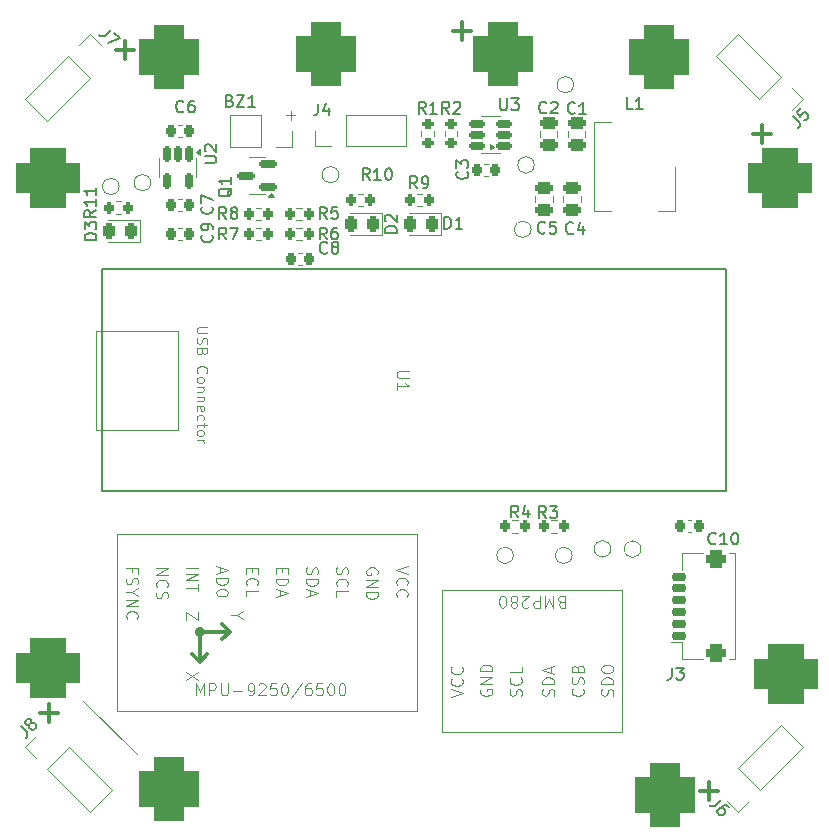
<source format=gto>
G04 #@! TF.GenerationSoftware,KiCad,Pcbnew,8.0.7*
G04 #@! TF.CreationDate,2025-04-19T00:44:46-07:00*
G04 #@! TF.ProjectId,Hardware,48617264-7761-4726-952e-6b696361645f,rev?*
G04 #@! TF.SameCoordinates,Original*
G04 #@! TF.FileFunction,Legend,Top*
G04 #@! TF.FilePolarity,Positive*
%FSLAX46Y46*%
G04 Gerber Fmt 4.6, Leading zero omitted, Abs format (unit mm)*
G04 Created by KiCad (PCBNEW 8.0.7) date 2025-04-19 00:44:46*
%MOMM*%
%LPD*%
G01*
G04 APERTURE LIST*
G04 Aperture macros list*
%AMRoundRect*
0 Rectangle with rounded corners*
0 $1 Rounding radius*
0 $2 $3 $4 $5 $6 $7 $8 $9 X,Y pos of 4 corners*
0 Add a 4 corners polygon primitive as box body*
4,1,4,$2,$3,$4,$5,$6,$7,$8,$9,$2,$3,0*
0 Add four circle primitives for the rounded corners*
1,1,$1+$1,$2,$3*
1,1,$1+$1,$4,$5*
1,1,$1+$1,$6,$7*
1,1,$1+$1,$8,$9*
0 Add four rect primitives between the rounded corners*
20,1,$1+$1,$2,$3,$4,$5,0*
20,1,$1+$1,$4,$5,$6,$7,0*
20,1,$1+$1,$6,$7,$8,$9,0*
20,1,$1+$1,$8,$9,$2,$3,0*%
%AMHorizOval*
0 Thick line with rounded ends*
0 $1 width*
0 $2 $3 position (X,Y) of the first rounded end (center of the circle)*
0 $4 $5 position (X,Y) of the second rounded end (center of the circle)*
0 Add line between two ends*
20,1,$1,$2,$3,$4,$5,0*
0 Add two circle primitives to create the rounded ends*
1,1,$1,$2,$3*
1,1,$1,$4,$5*%
%AMRotRect*
0 Rectangle, with rotation*
0 The origin of the aperture is its center*
0 $1 length*
0 $2 width*
0 $3 Rotation angle, in degrees counterclockwise*
0 Add horizontal line*
21,1,$1,$2,0,0,$3*%
G04 Aperture macros list end*
%ADD10C,0.100000*%
%ADD11C,0.300000*%
%ADD12C,0.090000*%
%ADD13C,0.150000*%
%ADD14C,0.200000*%
%ADD15C,0.450000*%
%ADD16C,0.120000*%
%ADD17C,4.200000*%
%ADD18C,2.000000*%
%ADD19R,2.000000X2.000000*%
%ADD20C,1.000000*%
%ADD21RoundRect,0.225000X-0.225000X-0.250000X0.225000X-0.250000X0.225000X0.250000X-0.225000X0.250000X0*%
%ADD22RoundRect,0.200000X0.200000X0.275000X-0.200000X0.275000X-0.200000X-0.275000X0.200000X-0.275000X0*%
%ADD23RoundRect,0.200000X0.275000X-0.200000X0.275000X0.200000X-0.275000X0.200000X-0.275000X-0.200000X0*%
%ADD24RoundRect,0.200000X-0.200000X-0.275000X0.200000X-0.275000X0.200000X0.275000X-0.200000X0.275000X0*%
%ADD25RotRect,1.700000X1.700000X135.000000*%
%ADD26HorizOval,1.700000X0.000000X0.000000X0.000000X0.000000X0*%
%ADD27RoundRect,1.250000X-1.250000X-1.500000X1.250000X-1.500000X1.250000X1.500000X-1.250000X1.500000X0*%
%ADD28RoundRect,1.250000X1.250000X1.500000X-1.250000X1.500000X-1.250000X-1.500000X1.250000X-1.500000X0*%
%ADD29RoundRect,0.150000X0.512500X0.150000X-0.512500X0.150000X-0.512500X-0.150000X0.512500X-0.150000X0*%
%ADD30RoundRect,0.250000X-0.475000X0.250000X-0.475000X-0.250000X0.475000X-0.250000X0.475000X0.250000X0*%
%ADD31RotRect,1.700000X1.700000X315.000000*%
%ADD32HorizOval,1.700000X0.000000X0.000000X0.000000X0.000000X0*%
%ADD33R,1.700000X1.700000*%
%ADD34O,1.700000X1.700000*%
%ADD35RoundRect,0.243750X0.243750X0.456250X-0.243750X0.456250X-0.243750X-0.456250X0.243750X-0.456250X0*%
%ADD36RoundRect,0.250000X0.475000X-0.250000X0.475000X0.250000X-0.475000X0.250000X-0.475000X-0.250000X0*%
%ADD37RoundRect,0.225000X0.225000X0.250000X-0.225000X0.250000X-0.225000X-0.250000X0.225000X-0.250000X0*%
%ADD38RotRect,1.700000X1.700000X225.000000*%
%ADD39HorizOval,1.700000X0.000000X0.000000X0.000000X0.000000X0*%
%ADD40RoundRect,0.150000X0.587500X0.150000X-0.587500X0.150000X-0.587500X-0.150000X0.587500X-0.150000X0*%
%ADD41RoundRect,0.150000X0.475000X-0.150000X0.475000X0.150000X-0.475000X0.150000X-0.475000X-0.150000X0*%
%ADD42RoundRect,0.375000X0.475000X-0.375000X0.475000X0.375000X-0.475000X0.375000X-0.475000X-0.375000X0*%
%ADD43R,3.500000X2.950000*%
%ADD44RoundRect,1.250000X-1.500000X1.250000X-1.500000X-1.250000X1.500000X-1.250000X1.500000X1.250000X0*%
%ADD45RotRect,1.700000X1.700000X45.000000*%
%ADD46HorizOval,1.700000X0.000000X0.000000X0.000000X0.000000X0*%
%ADD47RoundRect,0.200000X-0.275000X0.200000X-0.275000X-0.200000X0.275000X-0.200000X0.275000X0.200000X0*%
%ADD48RoundRect,1.250000X1.500000X-1.250000X1.500000X1.250000X-1.500000X1.250000X-1.500000X-1.250000X0*%
%ADD49RoundRect,0.150000X-0.150000X0.512500X-0.150000X-0.512500X0.150000X-0.512500X0.150000X0.512500X0*%
G04 APERTURE END LIST*
D10*
X138000000Y-96500000D02*
X142500000Y-101000000D01*
D11*
X140753558Y-41407733D02*
X142277368Y-41407733D01*
X141515463Y-42169638D02*
X141515463Y-40645828D01*
X134348558Y-97527733D02*
X135872368Y-97527733D01*
X135110463Y-98289638D02*
X135110463Y-96765828D01*
X169273558Y-39777733D02*
X170797368Y-39777733D01*
X170035463Y-40539638D02*
X170035463Y-39015828D01*
X194733558Y-48527733D02*
X196257368Y-48527733D01*
X195495463Y-49289638D02*
X195495463Y-47765828D01*
X190223558Y-104152733D02*
X191747368Y-104152733D01*
X190985463Y-104914638D02*
X190985463Y-103390828D01*
D10*
X171660038Y-95542306D02*
X171612419Y-95637544D01*
X171612419Y-95637544D02*
X171612419Y-95780401D01*
X171612419Y-95780401D02*
X171660038Y-95923258D01*
X171660038Y-95923258D02*
X171755276Y-96018496D01*
X171755276Y-96018496D02*
X171850514Y-96066115D01*
X171850514Y-96066115D02*
X172040990Y-96113734D01*
X172040990Y-96113734D02*
X172183847Y-96113734D01*
X172183847Y-96113734D02*
X172374323Y-96066115D01*
X172374323Y-96066115D02*
X172469561Y-96018496D01*
X172469561Y-96018496D02*
X172564800Y-95923258D01*
X172564800Y-95923258D02*
X172612419Y-95780401D01*
X172612419Y-95780401D02*
X172612419Y-95685163D01*
X172612419Y-95685163D02*
X172564800Y-95542306D01*
X172564800Y-95542306D02*
X172517180Y-95494687D01*
X172517180Y-95494687D02*
X172183847Y-95494687D01*
X172183847Y-95494687D02*
X172183847Y-95685163D01*
X172612419Y-95066115D02*
X171612419Y-95066115D01*
X171612419Y-95066115D02*
X172612419Y-94494687D01*
X172612419Y-94494687D02*
X171612419Y-94494687D01*
X172612419Y-94018496D02*
X171612419Y-94018496D01*
X171612419Y-94018496D02*
X171612419Y-93780401D01*
X171612419Y-93780401D02*
X171660038Y-93637544D01*
X171660038Y-93637544D02*
X171755276Y-93542306D01*
X171755276Y-93542306D02*
X171850514Y-93494687D01*
X171850514Y-93494687D02*
X172040990Y-93447068D01*
X172040990Y-93447068D02*
X172183847Y-93447068D01*
X172183847Y-93447068D02*
X172374323Y-93494687D01*
X172374323Y-93494687D02*
X172469561Y-93542306D01*
X172469561Y-93542306D02*
X172564800Y-93637544D01*
X172564800Y-93637544D02*
X172612419Y-93780401D01*
X172612419Y-93780401D02*
X172612419Y-94018496D01*
X182814800Y-96113734D02*
X182862419Y-95970877D01*
X182862419Y-95970877D02*
X182862419Y-95732782D01*
X182862419Y-95732782D02*
X182814800Y-95637544D01*
X182814800Y-95637544D02*
X182767180Y-95589925D01*
X182767180Y-95589925D02*
X182671942Y-95542306D01*
X182671942Y-95542306D02*
X182576704Y-95542306D01*
X182576704Y-95542306D02*
X182481466Y-95589925D01*
X182481466Y-95589925D02*
X182433847Y-95637544D01*
X182433847Y-95637544D02*
X182386228Y-95732782D01*
X182386228Y-95732782D02*
X182338609Y-95923258D01*
X182338609Y-95923258D02*
X182290990Y-96018496D01*
X182290990Y-96018496D02*
X182243371Y-96066115D01*
X182243371Y-96066115D02*
X182148133Y-96113734D01*
X182148133Y-96113734D02*
X182052895Y-96113734D01*
X182052895Y-96113734D02*
X181957657Y-96066115D01*
X181957657Y-96066115D02*
X181910038Y-96018496D01*
X181910038Y-96018496D02*
X181862419Y-95923258D01*
X181862419Y-95923258D02*
X181862419Y-95685163D01*
X181862419Y-95685163D02*
X181910038Y-95542306D01*
X182862419Y-95113734D02*
X181862419Y-95113734D01*
X181862419Y-95113734D02*
X181862419Y-94875639D01*
X181862419Y-94875639D02*
X181910038Y-94732782D01*
X181910038Y-94732782D02*
X182005276Y-94637544D01*
X182005276Y-94637544D02*
X182100514Y-94589925D01*
X182100514Y-94589925D02*
X182290990Y-94542306D01*
X182290990Y-94542306D02*
X182433847Y-94542306D01*
X182433847Y-94542306D02*
X182624323Y-94589925D01*
X182624323Y-94589925D02*
X182719561Y-94637544D01*
X182719561Y-94637544D02*
X182814800Y-94732782D01*
X182814800Y-94732782D02*
X182862419Y-94875639D01*
X182862419Y-94875639D02*
X182862419Y-95113734D01*
X181862419Y-93923258D02*
X181862419Y-93732782D01*
X181862419Y-93732782D02*
X181910038Y-93637544D01*
X181910038Y-93637544D02*
X182005276Y-93542306D01*
X182005276Y-93542306D02*
X182195752Y-93494687D01*
X182195752Y-93494687D02*
X182529085Y-93494687D01*
X182529085Y-93494687D02*
X182719561Y-93542306D01*
X182719561Y-93542306D02*
X182814800Y-93637544D01*
X182814800Y-93637544D02*
X182862419Y-93732782D01*
X182862419Y-93732782D02*
X182862419Y-93923258D01*
X182862419Y-93923258D02*
X182814800Y-94018496D01*
X182814800Y-94018496D02*
X182719561Y-94113734D01*
X182719561Y-94113734D02*
X182529085Y-94161353D01*
X182529085Y-94161353D02*
X182195752Y-94161353D01*
X182195752Y-94161353D02*
X182005276Y-94113734D01*
X182005276Y-94113734D02*
X181910038Y-94018496D01*
X181910038Y-94018496D02*
X181862419Y-93923258D01*
X169112419Y-96208972D02*
X170112419Y-95875639D01*
X170112419Y-95875639D02*
X169112419Y-95542306D01*
X170017180Y-94637544D02*
X170064800Y-94685163D01*
X170064800Y-94685163D02*
X170112419Y-94828020D01*
X170112419Y-94828020D02*
X170112419Y-94923258D01*
X170112419Y-94923258D02*
X170064800Y-95066115D01*
X170064800Y-95066115D02*
X169969561Y-95161353D01*
X169969561Y-95161353D02*
X169874323Y-95208972D01*
X169874323Y-95208972D02*
X169683847Y-95256591D01*
X169683847Y-95256591D02*
X169540990Y-95256591D01*
X169540990Y-95256591D02*
X169350514Y-95208972D01*
X169350514Y-95208972D02*
X169255276Y-95161353D01*
X169255276Y-95161353D02*
X169160038Y-95066115D01*
X169160038Y-95066115D02*
X169112419Y-94923258D01*
X169112419Y-94923258D02*
X169112419Y-94828020D01*
X169112419Y-94828020D02*
X169160038Y-94685163D01*
X169160038Y-94685163D02*
X169207657Y-94637544D01*
X170017180Y-93637544D02*
X170064800Y-93685163D01*
X170064800Y-93685163D02*
X170112419Y-93828020D01*
X170112419Y-93828020D02*
X170112419Y-93923258D01*
X170112419Y-93923258D02*
X170064800Y-94066115D01*
X170064800Y-94066115D02*
X169969561Y-94161353D01*
X169969561Y-94161353D02*
X169874323Y-94208972D01*
X169874323Y-94208972D02*
X169683847Y-94256591D01*
X169683847Y-94256591D02*
X169540990Y-94256591D01*
X169540990Y-94256591D02*
X169350514Y-94208972D01*
X169350514Y-94208972D02*
X169255276Y-94161353D01*
X169255276Y-94161353D02*
X169160038Y-94066115D01*
X169160038Y-94066115D02*
X169112419Y-93923258D01*
X169112419Y-93923258D02*
X169112419Y-93828020D01*
X169112419Y-93828020D02*
X169160038Y-93685163D01*
X169160038Y-93685163D02*
X169207657Y-93637544D01*
X178452782Y-88141390D02*
X178309925Y-88093771D01*
X178309925Y-88093771D02*
X178262306Y-88046152D01*
X178262306Y-88046152D02*
X178214687Y-87950914D01*
X178214687Y-87950914D02*
X178214687Y-87808057D01*
X178214687Y-87808057D02*
X178262306Y-87712819D01*
X178262306Y-87712819D02*
X178309925Y-87665200D01*
X178309925Y-87665200D02*
X178405163Y-87617580D01*
X178405163Y-87617580D02*
X178786115Y-87617580D01*
X178786115Y-87617580D02*
X178786115Y-88617580D01*
X178786115Y-88617580D02*
X178452782Y-88617580D01*
X178452782Y-88617580D02*
X178357544Y-88569961D01*
X178357544Y-88569961D02*
X178309925Y-88522342D01*
X178309925Y-88522342D02*
X178262306Y-88427104D01*
X178262306Y-88427104D02*
X178262306Y-88331866D01*
X178262306Y-88331866D02*
X178309925Y-88236628D01*
X178309925Y-88236628D02*
X178357544Y-88189009D01*
X178357544Y-88189009D02*
X178452782Y-88141390D01*
X178452782Y-88141390D02*
X178786115Y-88141390D01*
X177786115Y-87617580D02*
X177786115Y-88617580D01*
X177786115Y-88617580D02*
X177452782Y-87903295D01*
X177452782Y-87903295D02*
X177119449Y-88617580D01*
X177119449Y-88617580D02*
X177119449Y-87617580D01*
X176643258Y-87617580D02*
X176643258Y-88617580D01*
X176643258Y-88617580D02*
X176262306Y-88617580D01*
X176262306Y-88617580D02*
X176167068Y-88569961D01*
X176167068Y-88569961D02*
X176119449Y-88522342D01*
X176119449Y-88522342D02*
X176071830Y-88427104D01*
X176071830Y-88427104D02*
X176071830Y-88284247D01*
X176071830Y-88284247D02*
X176119449Y-88189009D01*
X176119449Y-88189009D02*
X176167068Y-88141390D01*
X176167068Y-88141390D02*
X176262306Y-88093771D01*
X176262306Y-88093771D02*
X176643258Y-88093771D01*
X175690877Y-88522342D02*
X175643258Y-88569961D01*
X175643258Y-88569961D02*
X175548020Y-88617580D01*
X175548020Y-88617580D02*
X175309925Y-88617580D01*
X175309925Y-88617580D02*
X175214687Y-88569961D01*
X175214687Y-88569961D02*
X175167068Y-88522342D01*
X175167068Y-88522342D02*
X175119449Y-88427104D01*
X175119449Y-88427104D02*
X175119449Y-88331866D01*
X175119449Y-88331866D02*
X175167068Y-88189009D01*
X175167068Y-88189009D02*
X175738496Y-87617580D01*
X175738496Y-87617580D02*
X175119449Y-87617580D01*
X174548020Y-88189009D02*
X174643258Y-88236628D01*
X174643258Y-88236628D02*
X174690877Y-88284247D01*
X174690877Y-88284247D02*
X174738496Y-88379485D01*
X174738496Y-88379485D02*
X174738496Y-88427104D01*
X174738496Y-88427104D02*
X174690877Y-88522342D01*
X174690877Y-88522342D02*
X174643258Y-88569961D01*
X174643258Y-88569961D02*
X174548020Y-88617580D01*
X174548020Y-88617580D02*
X174357544Y-88617580D01*
X174357544Y-88617580D02*
X174262306Y-88569961D01*
X174262306Y-88569961D02*
X174214687Y-88522342D01*
X174214687Y-88522342D02*
X174167068Y-88427104D01*
X174167068Y-88427104D02*
X174167068Y-88379485D01*
X174167068Y-88379485D02*
X174214687Y-88284247D01*
X174214687Y-88284247D02*
X174262306Y-88236628D01*
X174262306Y-88236628D02*
X174357544Y-88189009D01*
X174357544Y-88189009D02*
X174548020Y-88189009D01*
X174548020Y-88189009D02*
X174643258Y-88141390D01*
X174643258Y-88141390D02*
X174690877Y-88093771D01*
X174690877Y-88093771D02*
X174738496Y-87998533D01*
X174738496Y-87998533D02*
X174738496Y-87808057D01*
X174738496Y-87808057D02*
X174690877Y-87712819D01*
X174690877Y-87712819D02*
X174643258Y-87665200D01*
X174643258Y-87665200D02*
X174548020Y-87617580D01*
X174548020Y-87617580D02*
X174357544Y-87617580D01*
X174357544Y-87617580D02*
X174262306Y-87665200D01*
X174262306Y-87665200D02*
X174214687Y-87712819D01*
X174214687Y-87712819D02*
X174167068Y-87808057D01*
X174167068Y-87808057D02*
X174167068Y-87998533D01*
X174167068Y-87998533D02*
X174214687Y-88093771D01*
X174214687Y-88093771D02*
X174262306Y-88141390D01*
X174262306Y-88141390D02*
X174357544Y-88189009D01*
X173548020Y-88617580D02*
X173452782Y-88617580D01*
X173452782Y-88617580D02*
X173357544Y-88569961D01*
X173357544Y-88569961D02*
X173309925Y-88522342D01*
X173309925Y-88522342D02*
X173262306Y-88427104D01*
X173262306Y-88427104D02*
X173214687Y-88236628D01*
X173214687Y-88236628D02*
X173214687Y-87998533D01*
X173214687Y-87998533D02*
X173262306Y-87808057D01*
X173262306Y-87808057D02*
X173309925Y-87712819D01*
X173309925Y-87712819D02*
X173357544Y-87665200D01*
X173357544Y-87665200D02*
X173452782Y-87617580D01*
X173452782Y-87617580D02*
X173548020Y-87617580D01*
X173548020Y-87617580D02*
X173643258Y-87665200D01*
X173643258Y-87665200D02*
X173690877Y-87712819D01*
X173690877Y-87712819D02*
X173738496Y-87808057D01*
X173738496Y-87808057D02*
X173786115Y-87998533D01*
X173786115Y-87998533D02*
X173786115Y-88236628D01*
X173786115Y-88236628D02*
X173738496Y-88427104D01*
X173738496Y-88427104D02*
X173690877Y-88522342D01*
X173690877Y-88522342D02*
X173643258Y-88569961D01*
X173643258Y-88569961D02*
X173548020Y-88617580D01*
X175064800Y-96113734D02*
X175112419Y-95970877D01*
X175112419Y-95970877D02*
X175112419Y-95732782D01*
X175112419Y-95732782D02*
X175064800Y-95637544D01*
X175064800Y-95637544D02*
X175017180Y-95589925D01*
X175017180Y-95589925D02*
X174921942Y-95542306D01*
X174921942Y-95542306D02*
X174826704Y-95542306D01*
X174826704Y-95542306D02*
X174731466Y-95589925D01*
X174731466Y-95589925D02*
X174683847Y-95637544D01*
X174683847Y-95637544D02*
X174636228Y-95732782D01*
X174636228Y-95732782D02*
X174588609Y-95923258D01*
X174588609Y-95923258D02*
X174540990Y-96018496D01*
X174540990Y-96018496D02*
X174493371Y-96066115D01*
X174493371Y-96066115D02*
X174398133Y-96113734D01*
X174398133Y-96113734D02*
X174302895Y-96113734D01*
X174302895Y-96113734D02*
X174207657Y-96066115D01*
X174207657Y-96066115D02*
X174160038Y-96018496D01*
X174160038Y-96018496D02*
X174112419Y-95923258D01*
X174112419Y-95923258D02*
X174112419Y-95685163D01*
X174112419Y-95685163D02*
X174160038Y-95542306D01*
X175017180Y-94542306D02*
X175064800Y-94589925D01*
X175064800Y-94589925D02*
X175112419Y-94732782D01*
X175112419Y-94732782D02*
X175112419Y-94828020D01*
X175112419Y-94828020D02*
X175064800Y-94970877D01*
X175064800Y-94970877D02*
X174969561Y-95066115D01*
X174969561Y-95066115D02*
X174874323Y-95113734D01*
X174874323Y-95113734D02*
X174683847Y-95161353D01*
X174683847Y-95161353D02*
X174540990Y-95161353D01*
X174540990Y-95161353D02*
X174350514Y-95113734D01*
X174350514Y-95113734D02*
X174255276Y-95066115D01*
X174255276Y-95066115D02*
X174160038Y-94970877D01*
X174160038Y-94970877D02*
X174112419Y-94828020D01*
X174112419Y-94828020D02*
X174112419Y-94732782D01*
X174112419Y-94732782D02*
X174160038Y-94589925D01*
X174160038Y-94589925D02*
X174207657Y-94542306D01*
X175112419Y-93637544D02*
X175112419Y-94113734D01*
X175112419Y-94113734D02*
X174112419Y-94113734D01*
X180267180Y-95494687D02*
X180314800Y-95542306D01*
X180314800Y-95542306D02*
X180362419Y-95685163D01*
X180362419Y-95685163D02*
X180362419Y-95780401D01*
X180362419Y-95780401D02*
X180314800Y-95923258D01*
X180314800Y-95923258D02*
X180219561Y-96018496D01*
X180219561Y-96018496D02*
X180124323Y-96066115D01*
X180124323Y-96066115D02*
X179933847Y-96113734D01*
X179933847Y-96113734D02*
X179790990Y-96113734D01*
X179790990Y-96113734D02*
X179600514Y-96066115D01*
X179600514Y-96066115D02*
X179505276Y-96018496D01*
X179505276Y-96018496D02*
X179410038Y-95923258D01*
X179410038Y-95923258D02*
X179362419Y-95780401D01*
X179362419Y-95780401D02*
X179362419Y-95685163D01*
X179362419Y-95685163D02*
X179410038Y-95542306D01*
X179410038Y-95542306D02*
X179457657Y-95494687D01*
X180314800Y-95113734D02*
X180362419Y-94970877D01*
X180362419Y-94970877D02*
X180362419Y-94732782D01*
X180362419Y-94732782D02*
X180314800Y-94637544D01*
X180314800Y-94637544D02*
X180267180Y-94589925D01*
X180267180Y-94589925D02*
X180171942Y-94542306D01*
X180171942Y-94542306D02*
X180076704Y-94542306D01*
X180076704Y-94542306D02*
X179981466Y-94589925D01*
X179981466Y-94589925D02*
X179933847Y-94637544D01*
X179933847Y-94637544D02*
X179886228Y-94732782D01*
X179886228Y-94732782D02*
X179838609Y-94923258D01*
X179838609Y-94923258D02*
X179790990Y-95018496D01*
X179790990Y-95018496D02*
X179743371Y-95066115D01*
X179743371Y-95066115D02*
X179648133Y-95113734D01*
X179648133Y-95113734D02*
X179552895Y-95113734D01*
X179552895Y-95113734D02*
X179457657Y-95066115D01*
X179457657Y-95066115D02*
X179410038Y-95018496D01*
X179410038Y-95018496D02*
X179362419Y-94923258D01*
X179362419Y-94923258D02*
X179362419Y-94685163D01*
X179362419Y-94685163D02*
X179410038Y-94542306D01*
X179838609Y-93780401D02*
X179886228Y-93637544D01*
X179886228Y-93637544D02*
X179933847Y-93589925D01*
X179933847Y-93589925D02*
X180029085Y-93542306D01*
X180029085Y-93542306D02*
X180171942Y-93542306D01*
X180171942Y-93542306D02*
X180267180Y-93589925D01*
X180267180Y-93589925D02*
X180314800Y-93637544D01*
X180314800Y-93637544D02*
X180362419Y-93732782D01*
X180362419Y-93732782D02*
X180362419Y-94113734D01*
X180362419Y-94113734D02*
X179362419Y-94113734D01*
X179362419Y-94113734D02*
X179362419Y-93780401D01*
X179362419Y-93780401D02*
X179410038Y-93685163D01*
X179410038Y-93685163D02*
X179457657Y-93637544D01*
X179457657Y-93637544D02*
X179552895Y-93589925D01*
X179552895Y-93589925D02*
X179648133Y-93589925D01*
X179648133Y-93589925D02*
X179743371Y-93637544D01*
X179743371Y-93637544D02*
X179790990Y-93685163D01*
X179790990Y-93685163D02*
X179838609Y-93780401D01*
X179838609Y-93780401D02*
X179838609Y-94113734D01*
X177814800Y-96113734D02*
X177862419Y-95970877D01*
X177862419Y-95970877D02*
X177862419Y-95732782D01*
X177862419Y-95732782D02*
X177814800Y-95637544D01*
X177814800Y-95637544D02*
X177767180Y-95589925D01*
X177767180Y-95589925D02*
X177671942Y-95542306D01*
X177671942Y-95542306D02*
X177576704Y-95542306D01*
X177576704Y-95542306D02*
X177481466Y-95589925D01*
X177481466Y-95589925D02*
X177433847Y-95637544D01*
X177433847Y-95637544D02*
X177386228Y-95732782D01*
X177386228Y-95732782D02*
X177338609Y-95923258D01*
X177338609Y-95923258D02*
X177290990Y-96018496D01*
X177290990Y-96018496D02*
X177243371Y-96066115D01*
X177243371Y-96066115D02*
X177148133Y-96113734D01*
X177148133Y-96113734D02*
X177052895Y-96113734D01*
X177052895Y-96113734D02*
X176957657Y-96066115D01*
X176957657Y-96066115D02*
X176910038Y-96018496D01*
X176910038Y-96018496D02*
X176862419Y-95923258D01*
X176862419Y-95923258D02*
X176862419Y-95685163D01*
X176862419Y-95685163D02*
X176910038Y-95542306D01*
X177862419Y-95113734D02*
X176862419Y-95113734D01*
X176862419Y-95113734D02*
X176862419Y-94875639D01*
X176862419Y-94875639D02*
X176910038Y-94732782D01*
X176910038Y-94732782D02*
X177005276Y-94637544D01*
X177005276Y-94637544D02*
X177100514Y-94589925D01*
X177100514Y-94589925D02*
X177290990Y-94542306D01*
X177290990Y-94542306D02*
X177433847Y-94542306D01*
X177433847Y-94542306D02*
X177624323Y-94589925D01*
X177624323Y-94589925D02*
X177719561Y-94637544D01*
X177719561Y-94637544D02*
X177814800Y-94732782D01*
X177814800Y-94732782D02*
X177862419Y-94875639D01*
X177862419Y-94875639D02*
X177862419Y-95113734D01*
X177576704Y-94161353D02*
X177576704Y-93685163D01*
X177862419Y-94256591D02*
X176862419Y-93923258D01*
X176862419Y-93923258D02*
X177862419Y-93589925D01*
X165542580Y-68608095D02*
X164733057Y-68608095D01*
X164733057Y-68608095D02*
X164637819Y-68655714D01*
X164637819Y-68655714D02*
X164590200Y-68703333D01*
X164590200Y-68703333D02*
X164542580Y-68798571D01*
X164542580Y-68798571D02*
X164542580Y-68989047D01*
X164542580Y-68989047D02*
X164590200Y-69084285D01*
X164590200Y-69084285D02*
X164637819Y-69131904D01*
X164637819Y-69131904D02*
X164733057Y-69179523D01*
X164733057Y-69179523D02*
X165542580Y-69179523D01*
X164542580Y-70179523D02*
X164542580Y-69608095D01*
X164542580Y-69893809D02*
X165542580Y-69893809D01*
X165542580Y-69893809D02*
X165399723Y-69798571D01*
X165399723Y-69798571D02*
X165304485Y-69703333D01*
X165304485Y-69703333D02*
X165256866Y-69608095D01*
D12*
X148494822Y-64867930D02*
X147766251Y-64867930D01*
X147766251Y-64867930D02*
X147680537Y-64910787D01*
X147680537Y-64910787D02*
X147637680Y-64953645D01*
X147637680Y-64953645D02*
X147594822Y-65039359D01*
X147594822Y-65039359D02*
X147594822Y-65210787D01*
X147594822Y-65210787D02*
X147637680Y-65296502D01*
X147637680Y-65296502D02*
X147680537Y-65339359D01*
X147680537Y-65339359D02*
X147766251Y-65382216D01*
X147766251Y-65382216D02*
X148494822Y-65382216D01*
X147637680Y-65767930D02*
X147594822Y-65896502D01*
X147594822Y-65896502D02*
X147594822Y-66110787D01*
X147594822Y-66110787D02*
X147637680Y-66196502D01*
X147637680Y-66196502D02*
X147680537Y-66239359D01*
X147680537Y-66239359D02*
X147766251Y-66282216D01*
X147766251Y-66282216D02*
X147851965Y-66282216D01*
X147851965Y-66282216D02*
X147937680Y-66239359D01*
X147937680Y-66239359D02*
X147980537Y-66196502D01*
X147980537Y-66196502D02*
X148023394Y-66110787D01*
X148023394Y-66110787D02*
X148066251Y-65939359D01*
X148066251Y-65939359D02*
X148109108Y-65853644D01*
X148109108Y-65853644D02*
X148151965Y-65810787D01*
X148151965Y-65810787D02*
X148237680Y-65767930D01*
X148237680Y-65767930D02*
X148323394Y-65767930D01*
X148323394Y-65767930D02*
X148409108Y-65810787D01*
X148409108Y-65810787D02*
X148451965Y-65853644D01*
X148451965Y-65853644D02*
X148494822Y-65939359D01*
X148494822Y-65939359D02*
X148494822Y-66153644D01*
X148494822Y-66153644D02*
X148451965Y-66282216D01*
X148066251Y-66967930D02*
X148023394Y-67096502D01*
X148023394Y-67096502D02*
X147980537Y-67139359D01*
X147980537Y-67139359D02*
X147894822Y-67182216D01*
X147894822Y-67182216D02*
X147766251Y-67182216D01*
X147766251Y-67182216D02*
X147680537Y-67139359D01*
X147680537Y-67139359D02*
X147637680Y-67096502D01*
X147637680Y-67096502D02*
X147594822Y-67010787D01*
X147594822Y-67010787D02*
X147594822Y-66667930D01*
X147594822Y-66667930D02*
X148494822Y-66667930D01*
X148494822Y-66667930D02*
X148494822Y-66967930D01*
X148494822Y-66967930D02*
X148451965Y-67053645D01*
X148451965Y-67053645D02*
X148409108Y-67096502D01*
X148409108Y-67096502D02*
X148323394Y-67139359D01*
X148323394Y-67139359D02*
X148237680Y-67139359D01*
X148237680Y-67139359D02*
X148151965Y-67096502D01*
X148151965Y-67096502D02*
X148109108Y-67053645D01*
X148109108Y-67053645D02*
X148066251Y-66967930D01*
X148066251Y-66967930D02*
X148066251Y-66667930D01*
X147680537Y-68767930D02*
X147637680Y-68725073D01*
X147637680Y-68725073D02*
X147594822Y-68596501D01*
X147594822Y-68596501D02*
X147594822Y-68510787D01*
X147594822Y-68510787D02*
X147637680Y-68382216D01*
X147637680Y-68382216D02*
X147723394Y-68296501D01*
X147723394Y-68296501D02*
X147809108Y-68253644D01*
X147809108Y-68253644D02*
X147980537Y-68210787D01*
X147980537Y-68210787D02*
X148109108Y-68210787D01*
X148109108Y-68210787D02*
X148280537Y-68253644D01*
X148280537Y-68253644D02*
X148366251Y-68296501D01*
X148366251Y-68296501D02*
X148451965Y-68382216D01*
X148451965Y-68382216D02*
X148494822Y-68510787D01*
X148494822Y-68510787D02*
X148494822Y-68596501D01*
X148494822Y-68596501D02*
X148451965Y-68725073D01*
X148451965Y-68725073D02*
X148409108Y-68767930D01*
X147594822Y-69282216D02*
X147637680Y-69196501D01*
X147637680Y-69196501D02*
X147680537Y-69153644D01*
X147680537Y-69153644D02*
X147766251Y-69110787D01*
X147766251Y-69110787D02*
X148023394Y-69110787D01*
X148023394Y-69110787D02*
X148109108Y-69153644D01*
X148109108Y-69153644D02*
X148151965Y-69196501D01*
X148151965Y-69196501D02*
X148194822Y-69282216D01*
X148194822Y-69282216D02*
X148194822Y-69410787D01*
X148194822Y-69410787D02*
X148151965Y-69496501D01*
X148151965Y-69496501D02*
X148109108Y-69539359D01*
X148109108Y-69539359D02*
X148023394Y-69582216D01*
X148023394Y-69582216D02*
X147766251Y-69582216D01*
X147766251Y-69582216D02*
X147680537Y-69539359D01*
X147680537Y-69539359D02*
X147637680Y-69496501D01*
X147637680Y-69496501D02*
X147594822Y-69410787D01*
X147594822Y-69410787D02*
X147594822Y-69282216D01*
X148194822Y-69967930D02*
X147594822Y-69967930D01*
X148109108Y-69967930D02*
X148151965Y-70010787D01*
X148151965Y-70010787D02*
X148194822Y-70096502D01*
X148194822Y-70096502D02*
X148194822Y-70225073D01*
X148194822Y-70225073D02*
X148151965Y-70310787D01*
X148151965Y-70310787D02*
X148066251Y-70353645D01*
X148066251Y-70353645D02*
X147594822Y-70353645D01*
X148194822Y-70782216D02*
X147594822Y-70782216D01*
X148109108Y-70782216D02*
X148151965Y-70825073D01*
X148151965Y-70825073D02*
X148194822Y-70910788D01*
X148194822Y-70910788D02*
X148194822Y-71039359D01*
X148194822Y-71039359D02*
X148151965Y-71125073D01*
X148151965Y-71125073D02*
X148066251Y-71167931D01*
X148066251Y-71167931D02*
X147594822Y-71167931D01*
X147637680Y-71939359D02*
X147594822Y-71853645D01*
X147594822Y-71853645D02*
X147594822Y-71682217D01*
X147594822Y-71682217D02*
X147637680Y-71596502D01*
X147637680Y-71596502D02*
X147723394Y-71553645D01*
X147723394Y-71553645D02*
X148066251Y-71553645D01*
X148066251Y-71553645D02*
X148151965Y-71596502D01*
X148151965Y-71596502D02*
X148194822Y-71682217D01*
X148194822Y-71682217D02*
X148194822Y-71853645D01*
X148194822Y-71853645D02*
X148151965Y-71939359D01*
X148151965Y-71939359D02*
X148066251Y-71982217D01*
X148066251Y-71982217D02*
X147980537Y-71982217D01*
X147980537Y-71982217D02*
X147894822Y-71553645D01*
X147637680Y-72753646D02*
X147594822Y-72667931D01*
X147594822Y-72667931D02*
X147594822Y-72496503D01*
X147594822Y-72496503D02*
X147637680Y-72410788D01*
X147637680Y-72410788D02*
X147680537Y-72367931D01*
X147680537Y-72367931D02*
X147766251Y-72325074D01*
X147766251Y-72325074D02*
X148023394Y-72325074D01*
X148023394Y-72325074D02*
X148109108Y-72367931D01*
X148109108Y-72367931D02*
X148151965Y-72410788D01*
X148151965Y-72410788D02*
X148194822Y-72496503D01*
X148194822Y-72496503D02*
X148194822Y-72667931D01*
X148194822Y-72667931D02*
X148151965Y-72753646D01*
X148194822Y-73010789D02*
X148194822Y-73353646D01*
X148494822Y-73139360D02*
X147723394Y-73139360D01*
X147723394Y-73139360D02*
X147637680Y-73182217D01*
X147637680Y-73182217D02*
X147594822Y-73267932D01*
X147594822Y-73267932D02*
X147594822Y-73353646D01*
X147594822Y-73782218D02*
X147637680Y-73696503D01*
X147637680Y-73696503D02*
X147680537Y-73653646D01*
X147680537Y-73653646D02*
X147766251Y-73610789D01*
X147766251Y-73610789D02*
X148023394Y-73610789D01*
X148023394Y-73610789D02*
X148109108Y-73653646D01*
X148109108Y-73653646D02*
X148151965Y-73696503D01*
X148151965Y-73696503D02*
X148194822Y-73782218D01*
X148194822Y-73782218D02*
X148194822Y-73910789D01*
X148194822Y-73910789D02*
X148151965Y-73996503D01*
X148151965Y-73996503D02*
X148109108Y-74039361D01*
X148109108Y-74039361D02*
X148023394Y-74082218D01*
X148023394Y-74082218D02*
X147766251Y-74082218D01*
X147766251Y-74082218D02*
X147680537Y-74039361D01*
X147680537Y-74039361D02*
X147637680Y-73996503D01*
X147637680Y-73996503D02*
X147594822Y-73910789D01*
X147594822Y-73910789D02*
X147594822Y-73782218D01*
X147594822Y-74467932D02*
X148194822Y-74467932D01*
X148023394Y-74467932D02*
X148109108Y-74510789D01*
X148109108Y-74510789D02*
X148151965Y-74553647D01*
X148151965Y-74553647D02*
X148194822Y-74639361D01*
X148194822Y-74639361D02*
X148194822Y-74725075D01*
D10*
X152306390Y-85276384D02*
X152306390Y-85609717D01*
X151782580Y-85752574D02*
X151782580Y-85276384D01*
X151782580Y-85276384D02*
X152782580Y-85276384D01*
X152782580Y-85276384D02*
X152782580Y-85752574D01*
X151877819Y-86752574D02*
X151830200Y-86704955D01*
X151830200Y-86704955D02*
X151782580Y-86562098D01*
X151782580Y-86562098D02*
X151782580Y-86466860D01*
X151782580Y-86466860D02*
X151830200Y-86324003D01*
X151830200Y-86324003D02*
X151925438Y-86228765D01*
X151925438Y-86228765D02*
X152020676Y-86181146D01*
X152020676Y-86181146D02*
X152211152Y-86133527D01*
X152211152Y-86133527D02*
X152354009Y-86133527D01*
X152354009Y-86133527D02*
X152544485Y-86181146D01*
X152544485Y-86181146D02*
X152639723Y-86228765D01*
X152639723Y-86228765D02*
X152734961Y-86324003D01*
X152734961Y-86324003D02*
X152782580Y-86466860D01*
X152782580Y-86466860D02*
X152782580Y-86562098D01*
X152782580Y-86562098D02*
X152734961Y-86704955D01*
X152734961Y-86704955D02*
X152687342Y-86752574D01*
X151782580Y-87657336D02*
X151782580Y-87181146D01*
X151782580Y-87181146D02*
X152782580Y-87181146D01*
X147702580Y-94071146D02*
X146702580Y-94737812D01*
X147702580Y-94737812D02*
X146702580Y-94071146D01*
X154846390Y-85276384D02*
X154846390Y-85609717D01*
X154322580Y-85752574D02*
X154322580Y-85276384D01*
X154322580Y-85276384D02*
X155322580Y-85276384D01*
X155322580Y-85276384D02*
X155322580Y-85752574D01*
X154322580Y-86181146D02*
X155322580Y-86181146D01*
X155322580Y-86181146D02*
X155322580Y-86419241D01*
X155322580Y-86419241D02*
X155274961Y-86562098D01*
X155274961Y-86562098D02*
X155179723Y-86657336D01*
X155179723Y-86657336D02*
X155084485Y-86704955D01*
X155084485Y-86704955D02*
X154894009Y-86752574D01*
X154894009Y-86752574D02*
X154751152Y-86752574D01*
X154751152Y-86752574D02*
X154560676Y-86704955D01*
X154560676Y-86704955D02*
X154465438Y-86657336D01*
X154465438Y-86657336D02*
X154370200Y-86562098D01*
X154370200Y-86562098D02*
X154322580Y-86419241D01*
X154322580Y-86419241D02*
X154322580Y-86181146D01*
X154608295Y-87133527D02*
X154608295Y-87609717D01*
X154322580Y-87038289D02*
X155322580Y-87371622D01*
X155322580Y-87371622D02*
X154322580Y-87704955D01*
X147513884Y-96044919D02*
X147513884Y-95044919D01*
X147513884Y-95044919D02*
X147847217Y-95759204D01*
X147847217Y-95759204D02*
X148180550Y-95044919D01*
X148180550Y-95044919D02*
X148180550Y-96044919D01*
X148656741Y-96044919D02*
X148656741Y-95044919D01*
X148656741Y-95044919D02*
X149037693Y-95044919D01*
X149037693Y-95044919D02*
X149132931Y-95092538D01*
X149132931Y-95092538D02*
X149180550Y-95140157D01*
X149180550Y-95140157D02*
X149228169Y-95235395D01*
X149228169Y-95235395D02*
X149228169Y-95378252D01*
X149228169Y-95378252D02*
X149180550Y-95473490D01*
X149180550Y-95473490D02*
X149132931Y-95521109D01*
X149132931Y-95521109D02*
X149037693Y-95568728D01*
X149037693Y-95568728D02*
X148656741Y-95568728D01*
X149656741Y-95044919D02*
X149656741Y-95854442D01*
X149656741Y-95854442D02*
X149704360Y-95949680D01*
X149704360Y-95949680D02*
X149751979Y-95997300D01*
X149751979Y-95997300D02*
X149847217Y-96044919D01*
X149847217Y-96044919D02*
X150037693Y-96044919D01*
X150037693Y-96044919D02*
X150132931Y-95997300D01*
X150132931Y-95997300D02*
X150180550Y-95949680D01*
X150180550Y-95949680D02*
X150228169Y-95854442D01*
X150228169Y-95854442D02*
X150228169Y-95044919D01*
X150704360Y-95663966D02*
X151466265Y-95663966D01*
X151990074Y-96044919D02*
X152180550Y-96044919D01*
X152180550Y-96044919D02*
X152275788Y-95997300D01*
X152275788Y-95997300D02*
X152323407Y-95949680D01*
X152323407Y-95949680D02*
X152418645Y-95806823D01*
X152418645Y-95806823D02*
X152466264Y-95616347D01*
X152466264Y-95616347D02*
X152466264Y-95235395D01*
X152466264Y-95235395D02*
X152418645Y-95140157D01*
X152418645Y-95140157D02*
X152371026Y-95092538D01*
X152371026Y-95092538D02*
X152275788Y-95044919D01*
X152275788Y-95044919D02*
X152085312Y-95044919D01*
X152085312Y-95044919D02*
X151990074Y-95092538D01*
X151990074Y-95092538D02*
X151942455Y-95140157D01*
X151942455Y-95140157D02*
X151894836Y-95235395D01*
X151894836Y-95235395D02*
X151894836Y-95473490D01*
X151894836Y-95473490D02*
X151942455Y-95568728D01*
X151942455Y-95568728D02*
X151990074Y-95616347D01*
X151990074Y-95616347D02*
X152085312Y-95663966D01*
X152085312Y-95663966D02*
X152275788Y-95663966D01*
X152275788Y-95663966D02*
X152371026Y-95616347D01*
X152371026Y-95616347D02*
X152418645Y-95568728D01*
X152418645Y-95568728D02*
X152466264Y-95473490D01*
X152847217Y-95140157D02*
X152894836Y-95092538D01*
X152894836Y-95092538D02*
X152990074Y-95044919D01*
X152990074Y-95044919D02*
X153228169Y-95044919D01*
X153228169Y-95044919D02*
X153323407Y-95092538D01*
X153323407Y-95092538D02*
X153371026Y-95140157D01*
X153371026Y-95140157D02*
X153418645Y-95235395D01*
X153418645Y-95235395D02*
X153418645Y-95330633D01*
X153418645Y-95330633D02*
X153371026Y-95473490D01*
X153371026Y-95473490D02*
X152799598Y-96044919D01*
X152799598Y-96044919D02*
X153418645Y-96044919D01*
X154323407Y-95044919D02*
X153847217Y-95044919D01*
X153847217Y-95044919D02*
X153799598Y-95521109D01*
X153799598Y-95521109D02*
X153847217Y-95473490D01*
X153847217Y-95473490D02*
X153942455Y-95425871D01*
X153942455Y-95425871D02*
X154180550Y-95425871D01*
X154180550Y-95425871D02*
X154275788Y-95473490D01*
X154275788Y-95473490D02*
X154323407Y-95521109D01*
X154323407Y-95521109D02*
X154371026Y-95616347D01*
X154371026Y-95616347D02*
X154371026Y-95854442D01*
X154371026Y-95854442D02*
X154323407Y-95949680D01*
X154323407Y-95949680D02*
X154275788Y-95997300D01*
X154275788Y-95997300D02*
X154180550Y-96044919D01*
X154180550Y-96044919D02*
X153942455Y-96044919D01*
X153942455Y-96044919D02*
X153847217Y-95997300D01*
X153847217Y-95997300D02*
X153799598Y-95949680D01*
X154990074Y-95044919D02*
X155085312Y-95044919D01*
X155085312Y-95044919D02*
X155180550Y-95092538D01*
X155180550Y-95092538D02*
X155228169Y-95140157D01*
X155228169Y-95140157D02*
X155275788Y-95235395D01*
X155275788Y-95235395D02*
X155323407Y-95425871D01*
X155323407Y-95425871D02*
X155323407Y-95663966D01*
X155323407Y-95663966D02*
X155275788Y-95854442D01*
X155275788Y-95854442D02*
X155228169Y-95949680D01*
X155228169Y-95949680D02*
X155180550Y-95997300D01*
X155180550Y-95997300D02*
X155085312Y-96044919D01*
X155085312Y-96044919D02*
X154990074Y-96044919D01*
X154990074Y-96044919D02*
X154894836Y-95997300D01*
X154894836Y-95997300D02*
X154847217Y-95949680D01*
X154847217Y-95949680D02*
X154799598Y-95854442D01*
X154799598Y-95854442D02*
X154751979Y-95663966D01*
X154751979Y-95663966D02*
X154751979Y-95425871D01*
X154751979Y-95425871D02*
X154799598Y-95235395D01*
X154799598Y-95235395D02*
X154847217Y-95140157D01*
X154847217Y-95140157D02*
X154894836Y-95092538D01*
X154894836Y-95092538D02*
X154990074Y-95044919D01*
X156466264Y-94997300D02*
X155609122Y-96283014D01*
X157228169Y-95044919D02*
X157037693Y-95044919D01*
X157037693Y-95044919D02*
X156942455Y-95092538D01*
X156942455Y-95092538D02*
X156894836Y-95140157D01*
X156894836Y-95140157D02*
X156799598Y-95283014D01*
X156799598Y-95283014D02*
X156751979Y-95473490D01*
X156751979Y-95473490D02*
X156751979Y-95854442D01*
X156751979Y-95854442D02*
X156799598Y-95949680D01*
X156799598Y-95949680D02*
X156847217Y-95997300D01*
X156847217Y-95997300D02*
X156942455Y-96044919D01*
X156942455Y-96044919D02*
X157132931Y-96044919D01*
X157132931Y-96044919D02*
X157228169Y-95997300D01*
X157228169Y-95997300D02*
X157275788Y-95949680D01*
X157275788Y-95949680D02*
X157323407Y-95854442D01*
X157323407Y-95854442D02*
X157323407Y-95616347D01*
X157323407Y-95616347D02*
X157275788Y-95521109D01*
X157275788Y-95521109D02*
X157228169Y-95473490D01*
X157228169Y-95473490D02*
X157132931Y-95425871D01*
X157132931Y-95425871D02*
X156942455Y-95425871D01*
X156942455Y-95425871D02*
X156847217Y-95473490D01*
X156847217Y-95473490D02*
X156799598Y-95521109D01*
X156799598Y-95521109D02*
X156751979Y-95616347D01*
X158228169Y-95044919D02*
X157751979Y-95044919D01*
X157751979Y-95044919D02*
X157704360Y-95521109D01*
X157704360Y-95521109D02*
X157751979Y-95473490D01*
X157751979Y-95473490D02*
X157847217Y-95425871D01*
X157847217Y-95425871D02*
X158085312Y-95425871D01*
X158085312Y-95425871D02*
X158180550Y-95473490D01*
X158180550Y-95473490D02*
X158228169Y-95521109D01*
X158228169Y-95521109D02*
X158275788Y-95616347D01*
X158275788Y-95616347D02*
X158275788Y-95854442D01*
X158275788Y-95854442D02*
X158228169Y-95949680D01*
X158228169Y-95949680D02*
X158180550Y-95997300D01*
X158180550Y-95997300D02*
X158085312Y-96044919D01*
X158085312Y-96044919D02*
X157847217Y-96044919D01*
X157847217Y-96044919D02*
X157751979Y-95997300D01*
X157751979Y-95997300D02*
X157704360Y-95949680D01*
X158894836Y-95044919D02*
X158990074Y-95044919D01*
X158990074Y-95044919D02*
X159085312Y-95092538D01*
X159085312Y-95092538D02*
X159132931Y-95140157D01*
X159132931Y-95140157D02*
X159180550Y-95235395D01*
X159180550Y-95235395D02*
X159228169Y-95425871D01*
X159228169Y-95425871D02*
X159228169Y-95663966D01*
X159228169Y-95663966D02*
X159180550Y-95854442D01*
X159180550Y-95854442D02*
X159132931Y-95949680D01*
X159132931Y-95949680D02*
X159085312Y-95997300D01*
X159085312Y-95997300D02*
X158990074Y-96044919D01*
X158990074Y-96044919D02*
X158894836Y-96044919D01*
X158894836Y-96044919D02*
X158799598Y-95997300D01*
X158799598Y-95997300D02*
X158751979Y-95949680D01*
X158751979Y-95949680D02*
X158704360Y-95854442D01*
X158704360Y-95854442D02*
X158656741Y-95663966D01*
X158656741Y-95663966D02*
X158656741Y-95425871D01*
X158656741Y-95425871D02*
X158704360Y-95235395D01*
X158704360Y-95235395D02*
X158751979Y-95140157D01*
X158751979Y-95140157D02*
X158799598Y-95092538D01*
X158799598Y-95092538D02*
X158894836Y-95044919D01*
X159847217Y-95044919D02*
X159942455Y-95044919D01*
X159942455Y-95044919D02*
X160037693Y-95092538D01*
X160037693Y-95092538D02*
X160085312Y-95140157D01*
X160085312Y-95140157D02*
X160132931Y-95235395D01*
X160132931Y-95235395D02*
X160180550Y-95425871D01*
X160180550Y-95425871D02*
X160180550Y-95663966D01*
X160180550Y-95663966D02*
X160132931Y-95854442D01*
X160132931Y-95854442D02*
X160085312Y-95949680D01*
X160085312Y-95949680D02*
X160037693Y-95997300D01*
X160037693Y-95997300D02*
X159942455Y-96044919D01*
X159942455Y-96044919D02*
X159847217Y-96044919D01*
X159847217Y-96044919D02*
X159751979Y-95997300D01*
X159751979Y-95997300D02*
X159704360Y-95949680D01*
X159704360Y-95949680D02*
X159656741Y-95854442D01*
X159656741Y-95854442D02*
X159609122Y-95663966D01*
X159609122Y-95663966D02*
X159609122Y-95425871D01*
X159609122Y-95425871D02*
X159656741Y-95235395D01*
X159656741Y-95235395D02*
X159704360Y-95140157D01*
X159704360Y-95140157D02*
X159751979Y-95092538D01*
X159751979Y-95092538D02*
X159847217Y-95044919D01*
X149528295Y-85228765D02*
X149528295Y-85704955D01*
X149242580Y-85133527D02*
X150242580Y-85466860D01*
X150242580Y-85466860D02*
X149242580Y-85800193D01*
X149242580Y-86133527D02*
X150242580Y-86133527D01*
X150242580Y-86133527D02*
X150242580Y-86371622D01*
X150242580Y-86371622D02*
X150194961Y-86514479D01*
X150194961Y-86514479D02*
X150099723Y-86609717D01*
X150099723Y-86609717D02*
X150004485Y-86657336D01*
X150004485Y-86657336D02*
X149814009Y-86704955D01*
X149814009Y-86704955D02*
X149671152Y-86704955D01*
X149671152Y-86704955D02*
X149480676Y-86657336D01*
X149480676Y-86657336D02*
X149385438Y-86609717D01*
X149385438Y-86609717D02*
X149290200Y-86514479D01*
X149290200Y-86514479D02*
X149242580Y-86371622D01*
X149242580Y-86371622D02*
X149242580Y-86133527D01*
X150242580Y-87324003D02*
X150242580Y-87419241D01*
X150242580Y-87419241D02*
X150194961Y-87514479D01*
X150194961Y-87514479D02*
X150147342Y-87562098D01*
X150147342Y-87562098D02*
X150052104Y-87609717D01*
X150052104Y-87609717D02*
X149861628Y-87657336D01*
X149861628Y-87657336D02*
X149623533Y-87657336D01*
X149623533Y-87657336D02*
X149433057Y-87609717D01*
X149433057Y-87609717D02*
X149337819Y-87562098D01*
X149337819Y-87562098D02*
X149290200Y-87514479D01*
X149290200Y-87514479D02*
X149242580Y-87419241D01*
X149242580Y-87419241D02*
X149242580Y-87324003D01*
X149242580Y-87324003D02*
X149290200Y-87228765D01*
X149290200Y-87228765D02*
X149337819Y-87181146D01*
X149337819Y-87181146D02*
X149433057Y-87133527D01*
X149433057Y-87133527D02*
X149623533Y-87085908D01*
X149623533Y-87085908D02*
X149861628Y-87085908D01*
X149861628Y-87085908D02*
X150052104Y-87133527D01*
X150052104Y-87133527D02*
X150147342Y-87181146D01*
X150147342Y-87181146D02*
X150194961Y-87228765D01*
X150194961Y-87228765D02*
X150242580Y-87324003D01*
X147702580Y-88991146D02*
X147702580Y-89657812D01*
X147702580Y-89657812D02*
X146702580Y-88991146D01*
X146702580Y-88991146D02*
X146702580Y-89657812D01*
X150988771Y-89276860D02*
X150512580Y-89276860D01*
X151512580Y-88943527D02*
X150988771Y-89276860D01*
X150988771Y-89276860D02*
X151512580Y-89610193D01*
X146702580Y-85276384D02*
X147702580Y-85276384D01*
X146702580Y-85752574D02*
X147702580Y-85752574D01*
X147702580Y-85752574D02*
X146702580Y-86324002D01*
X146702580Y-86324002D02*
X147702580Y-86324002D01*
X147702580Y-86657336D02*
X147702580Y-87228764D01*
X146702580Y-86943050D02*
X147702580Y-86943050D01*
X165482580Y-85133527D02*
X164482580Y-85466860D01*
X164482580Y-85466860D02*
X165482580Y-85800193D01*
X164577819Y-86704955D02*
X164530200Y-86657336D01*
X164530200Y-86657336D02*
X164482580Y-86514479D01*
X164482580Y-86514479D02*
X164482580Y-86419241D01*
X164482580Y-86419241D02*
X164530200Y-86276384D01*
X164530200Y-86276384D02*
X164625438Y-86181146D01*
X164625438Y-86181146D02*
X164720676Y-86133527D01*
X164720676Y-86133527D02*
X164911152Y-86085908D01*
X164911152Y-86085908D02*
X165054009Y-86085908D01*
X165054009Y-86085908D02*
X165244485Y-86133527D01*
X165244485Y-86133527D02*
X165339723Y-86181146D01*
X165339723Y-86181146D02*
X165434961Y-86276384D01*
X165434961Y-86276384D02*
X165482580Y-86419241D01*
X165482580Y-86419241D02*
X165482580Y-86514479D01*
X165482580Y-86514479D02*
X165434961Y-86657336D01*
X165434961Y-86657336D02*
X165387342Y-86704955D01*
X164577819Y-87704955D02*
X164530200Y-87657336D01*
X164530200Y-87657336D02*
X164482580Y-87514479D01*
X164482580Y-87514479D02*
X164482580Y-87419241D01*
X164482580Y-87419241D02*
X164530200Y-87276384D01*
X164530200Y-87276384D02*
X164625438Y-87181146D01*
X164625438Y-87181146D02*
X164720676Y-87133527D01*
X164720676Y-87133527D02*
X164911152Y-87085908D01*
X164911152Y-87085908D02*
X165054009Y-87085908D01*
X165054009Y-87085908D02*
X165244485Y-87133527D01*
X165244485Y-87133527D02*
X165339723Y-87181146D01*
X165339723Y-87181146D02*
X165434961Y-87276384D01*
X165434961Y-87276384D02*
X165482580Y-87419241D01*
X165482580Y-87419241D02*
X165482580Y-87514479D01*
X165482580Y-87514479D02*
X165434961Y-87657336D01*
X165434961Y-87657336D02*
X165387342Y-87704955D01*
X162894961Y-85800193D02*
X162942580Y-85704955D01*
X162942580Y-85704955D02*
X162942580Y-85562098D01*
X162942580Y-85562098D02*
X162894961Y-85419241D01*
X162894961Y-85419241D02*
X162799723Y-85324003D01*
X162799723Y-85324003D02*
X162704485Y-85276384D01*
X162704485Y-85276384D02*
X162514009Y-85228765D01*
X162514009Y-85228765D02*
X162371152Y-85228765D01*
X162371152Y-85228765D02*
X162180676Y-85276384D01*
X162180676Y-85276384D02*
X162085438Y-85324003D01*
X162085438Y-85324003D02*
X161990200Y-85419241D01*
X161990200Y-85419241D02*
X161942580Y-85562098D01*
X161942580Y-85562098D02*
X161942580Y-85657336D01*
X161942580Y-85657336D02*
X161990200Y-85800193D01*
X161990200Y-85800193D02*
X162037819Y-85847812D01*
X162037819Y-85847812D02*
X162371152Y-85847812D01*
X162371152Y-85847812D02*
X162371152Y-85657336D01*
X161942580Y-86276384D02*
X162942580Y-86276384D01*
X162942580Y-86276384D02*
X161942580Y-86847812D01*
X161942580Y-86847812D02*
X162942580Y-86847812D01*
X161942580Y-87324003D02*
X162942580Y-87324003D01*
X162942580Y-87324003D02*
X162942580Y-87562098D01*
X162942580Y-87562098D02*
X162894961Y-87704955D01*
X162894961Y-87704955D02*
X162799723Y-87800193D01*
X162799723Y-87800193D02*
X162704485Y-87847812D01*
X162704485Y-87847812D02*
X162514009Y-87895431D01*
X162514009Y-87895431D02*
X162371152Y-87895431D01*
X162371152Y-87895431D02*
X162180676Y-87847812D01*
X162180676Y-87847812D02*
X162085438Y-87800193D01*
X162085438Y-87800193D02*
X161990200Y-87704955D01*
X161990200Y-87704955D02*
X161942580Y-87562098D01*
X161942580Y-87562098D02*
X161942580Y-87324003D01*
X159450200Y-85228765D02*
X159402580Y-85371622D01*
X159402580Y-85371622D02*
X159402580Y-85609717D01*
X159402580Y-85609717D02*
X159450200Y-85704955D01*
X159450200Y-85704955D02*
X159497819Y-85752574D01*
X159497819Y-85752574D02*
X159593057Y-85800193D01*
X159593057Y-85800193D02*
X159688295Y-85800193D01*
X159688295Y-85800193D02*
X159783533Y-85752574D01*
X159783533Y-85752574D02*
X159831152Y-85704955D01*
X159831152Y-85704955D02*
X159878771Y-85609717D01*
X159878771Y-85609717D02*
X159926390Y-85419241D01*
X159926390Y-85419241D02*
X159974009Y-85324003D01*
X159974009Y-85324003D02*
X160021628Y-85276384D01*
X160021628Y-85276384D02*
X160116866Y-85228765D01*
X160116866Y-85228765D02*
X160212104Y-85228765D01*
X160212104Y-85228765D02*
X160307342Y-85276384D01*
X160307342Y-85276384D02*
X160354961Y-85324003D01*
X160354961Y-85324003D02*
X160402580Y-85419241D01*
X160402580Y-85419241D02*
X160402580Y-85657336D01*
X160402580Y-85657336D02*
X160354961Y-85800193D01*
X159497819Y-86800193D02*
X159450200Y-86752574D01*
X159450200Y-86752574D02*
X159402580Y-86609717D01*
X159402580Y-86609717D02*
X159402580Y-86514479D01*
X159402580Y-86514479D02*
X159450200Y-86371622D01*
X159450200Y-86371622D02*
X159545438Y-86276384D01*
X159545438Y-86276384D02*
X159640676Y-86228765D01*
X159640676Y-86228765D02*
X159831152Y-86181146D01*
X159831152Y-86181146D02*
X159974009Y-86181146D01*
X159974009Y-86181146D02*
X160164485Y-86228765D01*
X160164485Y-86228765D02*
X160259723Y-86276384D01*
X160259723Y-86276384D02*
X160354961Y-86371622D01*
X160354961Y-86371622D02*
X160402580Y-86514479D01*
X160402580Y-86514479D02*
X160402580Y-86609717D01*
X160402580Y-86609717D02*
X160354961Y-86752574D01*
X160354961Y-86752574D02*
X160307342Y-86800193D01*
X159402580Y-87704955D02*
X159402580Y-87228765D01*
X159402580Y-87228765D02*
X160402580Y-87228765D01*
X156910200Y-85228765D02*
X156862580Y-85371622D01*
X156862580Y-85371622D02*
X156862580Y-85609717D01*
X156862580Y-85609717D02*
X156910200Y-85704955D01*
X156910200Y-85704955D02*
X156957819Y-85752574D01*
X156957819Y-85752574D02*
X157053057Y-85800193D01*
X157053057Y-85800193D02*
X157148295Y-85800193D01*
X157148295Y-85800193D02*
X157243533Y-85752574D01*
X157243533Y-85752574D02*
X157291152Y-85704955D01*
X157291152Y-85704955D02*
X157338771Y-85609717D01*
X157338771Y-85609717D02*
X157386390Y-85419241D01*
X157386390Y-85419241D02*
X157434009Y-85324003D01*
X157434009Y-85324003D02*
X157481628Y-85276384D01*
X157481628Y-85276384D02*
X157576866Y-85228765D01*
X157576866Y-85228765D02*
X157672104Y-85228765D01*
X157672104Y-85228765D02*
X157767342Y-85276384D01*
X157767342Y-85276384D02*
X157814961Y-85324003D01*
X157814961Y-85324003D02*
X157862580Y-85419241D01*
X157862580Y-85419241D02*
X157862580Y-85657336D01*
X157862580Y-85657336D02*
X157814961Y-85800193D01*
X156862580Y-86228765D02*
X157862580Y-86228765D01*
X157862580Y-86228765D02*
X157862580Y-86466860D01*
X157862580Y-86466860D02*
X157814961Y-86609717D01*
X157814961Y-86609717D02*
X157719723Y-86704955D01*
X157719723Y-86704955D02*
X157624485Y-86752574D01*
X157624485Y-86752574D02*
X157434009Y-86800193D01*
X157434009Y-86800193D02*
X157291152Y-86800193D01*
X157291152Y-86800193D02*
X157100676Y-86752574D01*
X157100676Y-86752574D02*
X157005438Y-86704955D01*
X157005438Y-86704955D02*
X156910200Y-86609717D01*
X156910200Y-86609717D02*
X156862580Y-86466860D01*
X156862580Y-86466860D02*
X156862580Y-86228765D01*
X157148295Y-87181146D02*
X157148295Y-87657336D01*
X156862580Y-87085908D02*
X157862580Y-87419241D01*
X157862580Y-87419241D02*
X156862580Y-87752574D01*
X142146390Y-85609717D02*
X142146390Y-85276384D01*
X141622580Y-85276384D02*
X142622580Y-85276384D01*
X142622580Y-85276384D02*
X142622580Y-85752574D01*
X141670200Y-86085908D02*
X141622580Y-86228765D01*
X141622580Y-86228765D02*
X141622580Y-86466860D01*
X141622580Y-86466860D02*
X141670200Y-86562098D01*
X141670200Y-86562098D02*
X141717819Y-86609717D01*
X141717819Y-86609717D02*
X141813057Y-86657336D01*
X141813057Y-86657336D02*
X141908295Y-86657336D01*
X141908295Y-86657336D02*
X142003533Y-86609717D01*
X142003533Y-86609717D02*
X142051152Y-86562098D01*
X142051152Y-86562098D02*
X142098771Y-86466860D01*
X142098771Y-86466860D02*
X142146390Y-86276384D01*
X142146390Y-86276384D02*
X142194009Y-86181146D01*
X142194009Y-86181146D02*
X142241628Y-86133527D01*
X142241628Y-86133527D02*
X142336866Y-86085908D01*
X142336866Y-86085908D02*
X142432104Y-86085908D01*
X142432104Y-86085908D02*
X142527342Y-86133527D01*
X142527342Y-86133527D02*
X142574961Y-86181146D01*
X142574961Y-86181146D02*
X142622580Y-86276384D01*
X142622580Y-86276384D02*
X142622580Y-86514479D01*
X142622580Y-86514479D02*
X142574961Y-86657336D01*
X142098771Y-87276384D02*
X141622580Y-87276384D01*
X142622580Y-86943051D02*
X142098771Y-87276384D01*
X142098771Y-87276384D02*
X142622580Y-87609717D01*
X141622580Y-87943051D02*
X142622580Y-87943051D01*
X142622580Y-87943051D02*
X141622580Y-88514479D01*
X141622580Y-88514479D02*
X142622580Y-88514479D01*
X141717819Y-89562098D02*
X141670200Y-89514479D01*
X141670200Y-89514479D02*
X141622580Y-89371622D01*
X141622580Y-89371622D02*
X141622580Y-89276384D01*
X141622580Y-89276384D02*
X141670200Y-89133527D01*
X141670200Y-89133527D02*
X141765438Y-89038289D01*
X141765438Y-89038289D02*
X141860676Y-88990670D01*
X141860676Y-88990670D02*
X142051152Y-88943051D01*
X142051152Y-88943051D02*
X142194009Y-88943051D01*
X142194009Y-88943051D02*
X142384485Y-88990670D01*
X142384485Y-88990670D02*
X142479723Y-89038289D01*
X142479723Y-89038289D02*
X142574961Y-89133527D01*
X142574961Y-89133527D02*
X142622580Y-89276384D01*
X142622580Y-89276384D02*
X142622580Y-89371622D01*
X142622580Y-89371622D02*
X142574961Y-89514479D01*
X142574961Y-89514479D02*
X142527342Y-89562098D01*
X144162580Y-85276384D02*
X145162580Y-85276384D01*
X145162580Y-85276384D02*
X144162580Y-85847812D01*
X144162580Y-85847812D02*
X145162580Y-85847812D01*
X144257819Y-86895431D02*
X144210200Y-86847812D01*
X144210200Y-86847812D02*
X144162580Y-86704955D01*
X144162580Y-86704955D02*
X144162580Y-86609717D01*
X144162580Y-86609717D02*
X144210200Y-86466860D01*
X144210200Y-86466860D02*
X144305438Y-86371622D01*
X144305438Y-86371622D02*
X144400676Y-86324003D01*
X144400676Y-86324003D02*
X144591152Y-86276384D01*
X144591152Y-86276384D02*
X144734009Y-86276384D01*
X144734009Y-86276384D02*
X144924485Y-86324003D01*
X144924485Y-86324003D02*
X145019723Y-86371622D01*
X145019723Y-86371622D02*
X145114961Y-86466860D01*
X145114961Y-86466860D02*
X145162580Y-86609717D01*
X145162580Y-86609717D02*
X145162580Y-86704955D01*
X145162580Y-86704955D02*
X145114961Y-86847812D01*
X145114961Y-86847812D02*
X145067342Y-86895431D01*
X144210200Y-87276384D02*
X144162580Y-87419241D01*
X144162580Y-87419241D02*
X144162580Y-87657336D01*
X144162580Y-87657336D02*
X144210200Y-87752574D01*
X144210200Y-87752574D02*
X144257819Y-87800193D01*
X144257819Y-87800193D02*
X144353057Y-87847812D01*
X144353057Y-87847812D02*
X144448295Y-87847812D01*
X144448295Y-87847812D02*
X144543533Y-87800193D01*
X144543533Y-87800193D02*
X144591152Y-87752574D01*
X144591152Y-87752574D02*
X144638771Y-87657336D01*
X144638771Y-87657336D02*
X144686390Y-87466860D01*
X144686390Y-87466860D02*
X144734009Y-87371622D01*
X144734009Y-87371622D02*
X144781628Y-87324003D01*
X144781628Y-87324003D02*
X144876866Y-87276384D01*
X144876866Y-87276384D02*
X144972104Y-87276384D01*
X144972104Y-87276384D02*
X145067342Y-87324003D01*
X145067342Y-87324003D02*
X145114961Y-87371622D01*
X145114961Y-87371622D02*
X145162580Y-87466860D01*
X145162580Y-87466860D02*
X145162580Y-87704955D01*
X145162580Y-87704955D02*
X145114961Y-87847812D01*
D13*
X191537142Y-83179580D02*
X191489523Y-83227200D01*
X191489523Y-83227200D02*
X191346666Y-83274819D01*
X191346666Y-83274819D02*
X191251428Y-83274819D01*
X191251428Y-83274819D02*
X191108571Y-83227200D01*
X191108571Y-83227200D02*
X191013333Y-83131961D01*
X191013333Y-83131961D02*
X190965714Y-83036723D01*
X190965714Y-83036723D02*
X190918095Y-82846247D01*
X190918095Y-82846247D02*
X190918095Y-82703390D01*
X190918095Y-82703390D02*
X190965714Y-82512914D01*
X190965714Y-82512914D02*
X191013333Y-82417676D01*
X191013333Y-82417676D02*
X191108571Y-82322438D01*
X191108571Y-82322438D02*
X191251428Y-82274819D01*
X191251428Y-82274819D02*
X191346666Y-82274819D01*
X191346666Y-82274819D02*
X191489523Y-82322438D01*
X191489523Y-82322438D02*
X191537142Y-82370057D01*
X192489523Y-83274819D02*
X191918095Y-83274819D01*
X192203809Y-83274819D02*
X192203809Y-82274819D01*
X192203809Y-82274819D02*
X192108571Y-82417676D01*
X192108571Y-82417676D02*
X192013333Y-82512914D01*
X192013333Y-82512914D02*
X191918095Y-82560533D01*
X193108571Y-82274819D02*
X193203809Y-82274819D01*
X193203809Y-82274819D02*
X193299047Y-82322438D01*
X193299047Y-82322438D02*
X193346666Y-82370057D01*
X193346666Y-82370057D02*
X193394285Y-82465295D01*
X193394285Y-82465295D02*
X193441904Y-82655771D01*
X193441904Y-82655771D02*
X193441904Y-82893866D01*
X193441904Y-82893866D02*
X193394285Y-83084342D01*
X193394285Y-83084342D02*
X193346666Y-83179580D01*
X193346666Y-83179580D02*
X193299047Y-83227200D01*
X193299047Y-83227200D02*
X193203809Y-83274819D01*
X193203809Y-83274819D02*
X193108571Y-83274819D01*
X193108571Y-83274819D02*
X193013333Y-83227200D01*
X193013333Y-83227200D02*
X192965714Y-83179580D01*
X192965714Y-83179580D02*
X192918095Y-83084342D01*
X192918095Y-83084342D02*
X192870476Y-82893866D01*
X192870476Y-82893866D02*
X192870476Y-82655771D01*
X192870476Y-82655771D02*
X192918095Y-82465295D01*
X192918095Y-82465295D02*
X192965714Y-82370057D01*
X192965714Y-82370057D02*
X193013333Y-82322438D01*
X193013333Y-82322438D02*
X193108571Y-82274819D01*
X174803333Y-80994819D02*
X174470000Y-80518628D01*
X174231905Y-80994819D02*
X174231905Y-79994819D01*
X174231905Y-79994819D02*
X174612857Y-79994819D01*
X174612857Y-79994819D02*
X174708095Y-80042438D01*
X174708095Y-80042438D02*
X174755714Y-80090057D01*
X174755714Y-80090057D02*
X174803333Y-80185295D01*
X174803333Y-80185295D02*
X174803333Y-80328152D01*
X174803333Y-80328152D02*
X174755714Y-80423390D01*
X174755714Y-80423390D02*
X174708095Y-80471009D01*
X174708095Y-80471009D02*
X174612857Y-80518628D01*
X174612857Y-80518628D02*
X174231905Y-80518628D01*
X175660476Y-80328152D02*
X175660476Y-80994819D01*
X175422381Y-79947200D02*
X175184286Y-80661485D01*
X175184286Y-80661485D02*
X175803333Y-80661485D01*
X168973333Y-46804819D02*
X168640000Y-46328628D01*
X168401905Y-46804819D02*
X168401905Y-45804819D01*
X168401905Y-45804819D02*
X168782857Y-45804819D01*
X168782857Y-45804819D02*
X168878095Y-45852438D01*
X168878095Y-45852438D02*
X168925714Y-45900057D01*
X168925714Y-45900057D02*
X168973333Y-45995295D01*
X168973333Y-45995295D02*
X168973333Y-46138152D01*
X168973333Y-46138152D02*
X168925714Y-46233390D01*
X168925714Y-46233390D02*
X168878095Y-46281009D01*
X168878095Y-46281009D02*
X168782857Y-46328628D01*
X168782857Y-46328628D02*
X168401905Y-46328628D01*
X169354286Y-45900057D02*
X169401905Y-45852438D01*
X169401905Y-45852438D02*
X169497143Y-45804819D01*
X169497143Y-45804819D02*
X169735238Y-45804819D01*
X169735238Y-45804819D02*
X169830476Y-45852438D01*
X169830476Y-45852438D02*
X169878095Y-45900057D01*
X169878095Y-45900057D02*
X169925714Y-45995295D01*
X169925714Y-45995295D02*
X169925714Y-46090533D01*
X169925714Y-46090533D02*
X169878095Y-46233390D01*
X169878095Y-46233390D02*
X169306667Y-46804819D01*
X169306667Y-46804819D02*
X169925714Y-46804819D01*
X150083333Y-55704819D02*
X149750000Y-55228628D01*
X149511905Y-55704819D02*
X149511905Y-54704819D01*
X149511905Y-54704819D02*
X149892857Y-54704819D01*
X149892857Y-54704819D02*
X149988095Y-54752438D01*
X149988095Y-54752438D02*
X150035714Y-54800057D01*
X150035714Y-54800057D02*
X150083333Y-54895295D01*
X150083333Y-54895295D02*
X150083333Y-55038152D01*
X150083333Y-55038152D02*
X150035714Y-55133390D01*
X150035714Y-55133390D02*
X149988095Y-55181009D01*
X149988095Y-55181009D02*
X149892857Y-55228628D01*
X149892857Y-55228628D02*
X149511905Y-55228628D01*
X150654762Y-55133390D02*
X150559524Y-55085771D01*
X150559524Y-55085771D02*
X150511905Y-55038152D01*
X150511905Y-55038152D02*
X150464286Y-54942914D01*
X150464286Y-54942914D02*
X150464286Y-54895295D01*
X150464286Y-54895295D02*
X150511905Y-54800057D01*
X150511905Y-54800057D02*
X150559524Y-54752438D01*
X150559524Y-54752438D02*
X150654762Y-54704819D01*
X150654762Y-54704819D02*
X150845238Y-54704819D01*
X150845238Y-54704819D02*
X150940476Y-54752438D01*
X150940476Y-54752438D02*
X150988095Y-54800057D01*
X150988095Y-54800057D02*
X151035714Y-54895295D01*
X151035714Y-54895295D02*
X151035714Y-54942914D01*
X151035714Y-54942914D02*
X150988095Y-55038152D01*
X150988095Y-55038152D02*
X150940476Y-55085771D01*
X150940476Y-55085771D02*
X150845238Y-55133390D01*
X150845238Y-55133390D02*
X150654762Y-55133390D01*
X150654762Y-55133390D02*
X150559524Y-55181009D01*
X150559524Y-55181009D02*
X150511905Y-55228628D01*
X150511905Y-55228628D02*
X150464286Y-55323866D01*
X150464286Y-55323866D02*
X150464286Y-55514342D01*
X150464286Y-55514342D02*
X150511905Y-55609580D01*
X150511905Y-55609580D02*
X150559524Y-55657200D01*
X150559524Y-55657200D02*
X150654762Y-55704819D01*
X150654762Y-55704819D02*
X150845238Y-55704819D01*
X150845238Y-55704819D02*
X150940476Y-55657200D01*
X150940476Y-55657200D02*
X150988095Y-55609580D01*
X150988095Y-55609580D02*
X151035714Y-55514342D01*
X151035714Y-55514342D02*
X151035714Y-55323866D01*
X151035714Y-55323866D02*
X150988095Y-55228628D01*
X150988095Y-55228628D02*
X150940476Y-55181009D01*
X150940476Y-55181009D02*
X150845238Y-55133390D01*
X191989798Y-104888796D02*
X191484722Y-105393872D01*
X191484722Y-105393872D02*
X191350035Y-105461216D01*
X191350035Y-105461216D02*
X191215348Y-105461216D01*
X191215348Y-105461216D02*
X191080661Y-105393872D01*
X191080661Y-105393872D02*
X191013317Y-105326529D01*
X192629562Y-105528559D02*
X192494875Y-105393872D01*
X192494875Y-105393872D02*
X192393859Y-105360201D01*
X192393859Y-105360201D02*
X192326516Y-105360201D01*
X192326516Y-105360201D02*
X192158157Y-105393872D01*
X192158157Y-105393872D02*
X191989798Y-105494888D01*
X191989798Y-105494888D02*
X191720424Y-105764262D01*
X191720424Y-105764262D02*
X191686753Y-105865277D01*
X191686753Y-105865277D02*
X191686753Y-105932620D01*
X191686753Y-105932620D02*
X191720424Y-106033636D01*
X191720424Y-106033636D02*
X191855111Y-106168323D01*
X191855111Y-106168323D02*
X191956127Y-106201994D01*
X191956127Y-106201994D02*
X192023470Y-106201994D01*
X192023470Y-106201994D02*
X192124485Y-106168323D01*
X192124485Y-106168323D02*
X192292844Y-105999964D01*
X192292844Y-105999964D02*
X192326516Y-105898949D01*
X192326516Y-105898949D02*
X192326516Y-105831605D01*
X192326516Y-105831605D02*
X192292844Y-105730590D01*
X192292844Y-105730590D02*
X192158157Y-105595903D01*
X192158157Y-105595903D02*
X192057142Y-105562231D01*
X192057142Y-105562231D02*
X191989798Y-105562231D01*
X191989798Y-105562231D02*
X191888783Y-105595903D01*
X158583333Y-57454819D02*
X158250000Y-56978628D01*
X158011905Y-57454819D02*
X158011905Y-56454819D01*
X158011905Y-56454819D02*
X158392857Y-56454819D01*
X158392857Y-56454819D02*
X158488095Y-56502438D01*
X158488095Y-56502438D02*
X158535714Y-56550057D01*
X158535714Y-56550057D02*
X158583333Y-56645295D01*
X158583333Y-56645295D02*
X158583333Y-56788152D01*
X158583333Y-56788152D02*
X158535714Y-56883390D01*
X158535714Y-56883390D02*
X158488095Y-56931009D01*
X158488095Y-56931009D02*
X158392857Y-56978628D01*
X158392857Y-56978628D02*
X158011905Y-56978628D01*
X159440476Y-56454819D02*
X159250000Y-56454819D01*
X159250000Y-56454819D02*
X159154762Y-56502438D01*
X159154762Y-56502438D02*
X159107143Y-56550057D01*
X159107143Y-56550057D02*
X159011905Y-56692914D01*
X159011905Y-56692914D02*
X158964286Y-56883390D01*
X158964286Y-56883390D02*
X158964286Y-57264342D01*
X158964286Y-57264342D02*
X159011905Y-57359580D01*
X159011905Y-57359580D02*
X159059524Y-57407200D01*
X159059524Y-57407200D02*
X159154762Y-57454819D01*
X159154762Y-57454819D02*
X159345238Y-57454819D01*
X159345238Y-57454819D02*
X159440476Y-57407200D01*
X159440476Y-57407200D02*
X159488095Y-57359580D01*
X159488095Y-57359580D02*
X159535714Y-57264342D01*
X159535714Y-57264342D02*
X159535714Y-57026247D01*
X159535714Y-57026247D02*
X159488095Y-56931009D01*
X159488095Y-56931009D02*
X159440476Y-56883390D01*
X159440476Y-56883390D02*
X159345238Y-56835771D01*
X159345238Y-56835771D02*
X159154762Y-56835771D01*
X159154762Y-56835771D02*
X159059524Y-56883390D01*
X159059524Y-56883390D02*
X159011905Y-56931009D01*
X159011905Y-56931009D02*
X158964286Y-57026247D01*
X173288095Y-45504819D02*
X173288095Y-46314342D01*
X173288095Y-46314342D02*
X173335714Y-46409580D01*
X173335714Y-46409580D02*
X173383333Y-46457200D01*
X173383333Y-46457200D02*
X173478571Y-46504819D01*
X173478571Y-46504819D02*
X173669047Y-46504819D01*
X173669047Y-46504819D02*
X173764285Y-46457200D01*
X173764285Y-46457200D02*
X173811904Y-46409580D01*
X173811904Y-46409580D02*
X173859523Y-46314342D01*
X173859523Y-46314342D02*
X173859523Y-45504819D01*
X174240476Y-45504819D02*
X174859523Y-45504819D01*
X174859523Y-45504819D02*
X174526190Y-45885771D01*
X174526190Y-45885771D02*
X174669047Y-45885771D01*
X174669047Y-45885771D02*
X174764285Y-45933390D01*
X174764285Y-45933390D02*
X174811904Y-45981009D01*
X174811904Y-45981009D02*
X174859523Y-46076247D01*
X174859523Y-46076247D02*
X174859523Y-46314342D01*
X174859523Y-46314342D02*
X174811904Y-46409580D01*
X174811904Y-46409580D02*
X174764285Y-46457200D01*
X174764285Y-46457200D02*
X174669047Y-46504819D01*
X174669047Y-46504819D02*
X174383333Y-46504819D01*
X174383333Y-46504819D02*
X174288095Y-46457200D01*
X174288095Y-46457200D02*
X174240476Y-46409580D01*
X177208333Y-46684580D02*
X177160714Y-46732200D01*
X177160714Y-46732200D02*
X177017857Y-46779819D01*
X177017857Y-46779819D02*
X176922619Y-46779819D01*
X176922619Y-46779819D02*
X176779762Y-46732200D01*
X176779762Y-46732200D02*
X176684524Y-46636961D01*
X176684524Y-46636961D02*
X176636905Y-46541723D01*
X176636905Y-46541723D02*
X176589286Y-46351247D01*
X176589286Y-46351247D02*
X176589286Y-46208390D01*
X176589286Y-46208390D02*
X176636905Y-46017914D01*
X176636905Y-46017914D02*
X176684524Y-45922676D01*
X176684524Y-45922676D02*
X176779762Y-45827438D01*
X176779762Y-45827438D02*
X176922619Y-45779819D01*
X176922619Y-45779819D02*
X177017857Y-45779819D01*
X177017857Y-45779819D02*
X177160714Y-45827438D01*
X177160714Y-45827438D02*
X177208333Y-45875057D01*
X177589286Y-45875057D02*
X177636905Y-45827438D01*
X177636905Y-45827438D02*
X177732143Y-45779819D01*
X177732143Y-45779819D02*
X177970238Y-45779819D01*
X177970238Y-45779819D02*
X178065476Y-45827438D01*
X178065476Y-45827438D02*
X178113095Y-45875057D01*
X178113095Y-45875057D02*
X178160714Y-45970295D01*
X178160714Y-45970295D02*
X178160714Y-46065533D01*
X178160714Y-46065533D02*
X178113095Y-46208390D01*
X178113095Y-46208390D02*
X177541667Y-46779819D01*
X177541667Y-46779819D02*
X178160714Y-46779819D01*
X140332802Y-39695792D02*
X139827726Y-40200868D01*
X139827726Y-40200868D02*
X139693039Y-40268212D01*
X139693039Y-40268212D02*
X139558352Y-40268212D01*
X139558352Y-40268212D02*
X139423665Y-40200868D01*
X139423665Y-40200868D02*
X139356321Y-40133525D01*
X140602176Y-39965166D02*
X141073581Y-40436571D01*
X141073581Y-40436571D02*
X140063428Y-40840632D01*
X179608333Y-46734580D02*
X179560714Y-46782200D01*
X179560714Y-46782200D02*
X179417857Y-46829819D01*
X179417857Y-46829819D02*
X179322619Y-46829819D01*
X179322619Y-46829819D02*
X179179762Y-46782200D01*
X179179762Y-46782200D02*
X179084524Y-46686961D01*
X179084524Y-46686961D02*
X179036905Y-46591723D01*
X179036905Y-46591723D02*
X178989286Y-46401247D01*
X178989286Y-46401247D02*
X178989286Y-46258390D01*
X178989286Y-46258390D02*
X179036905Y-46067914D01*
X179036905Y-46067914D02*
X179084524Y-45972676D01*
X179084524Y-45972676D02*
X179179762Y-45877438D01*
X179179762Y-45877438D02*
X179322619Y-45829819D01*
X179322619Y-45829819D02*
X179417857Y-45829819D01*
X179417857Y-45829819D02*
X179560714Y-45877438D01*
X179560714Y-45877438D02*
X179608333Y-45925057D01*
X180560714Y-46829819D02*
X179989286Y-46829819D01*
X180275000Y-46829819D02*
X180275000Y-45829819D01*
X180275000Y-45829819D02*
X180179762Y-45972676D01*
X180179762Y-45972676D02*
X180084524Y-46067914D01*
X180084524Y-46067914D02*
X179989286Y-46115533D01*
X166258333Y-53112319D02*
X165925000Y-52636128D01*
X165686905Y-53112319D02*
X165686905Y-52112319D01*
X165686905Y-52112319D02*
X166067857Y-52112319D01*
X166067857Y-52112319D02*
X166163095Y-52159938D01*
X166163095Y-52159938D02*
X166210714Y-52207557D01*
X166210714Y-52207557D02*
X166258333Y-52302795D01*
X166258333Y-52302795D02*
X166258333Y-52445652D01*
X166258333Y-52445652D02*
X166210714Y-52540890D01*
X166210714Y-52540890D02*
X166163095Y-52588509D01*
X166163095Y-52588509D02*
X166067857Y-52636128D01*
X166067857Y-52636128D02*
X165686905Y-52636128D01*
X166734524Y-53112319D02*
X166925000Y-53112319D01*
X166925000Y-53112319D02*
X167020238Y-53064700D01*
X167020238Y-53064700D02*
X167067857Y-53017080D01*
X167067857Y-53017080D02*
X167163095Y-52874223D01*
X167163095Y-52874223D02*
X167210714Y-52683747D01*
X167210714Y-52683747D02*
X167210714Y-52302795D01*
X167210714Y-52302795D02*
X167163095Y-52207557D01*
X167163095Y-52207557D02*
X167115476Y-52159938D01*
X167115476Y-52159938D02*
X167020238Y-52112319D01*
X167020238Y-52112319D02*
X166829762Y-52112319D01*
X166829762Y-52112319D02*
X166734524Y-52159938D01*
X166734524Y-52159938D02*
X166686905Y-52207557D01*
X166686905Y-52207557D02*
X166639286Y-52302795D01*
X166639286Y-52302795D02*
X166639286Y-52540890D01*
X166639286Y-52540890D02*
X166686905Y-52636128D01*
X166686905Y-52636128D02*
X166734524Y-52683747D01*
X166734524Y-52683747D02*
X166829762Y-52731366D01*
X166829762Y-52731366D02*
X167020238Y-52731366D01*
X167020238Y-52731366D02*
X167115476Y-52683747D01*
X167115476Y-52683747D02*
X167163095Y-52636128D01*
X167163095Y-52636128D02*
X167210714Y-52540890D01*
X157866666Y-45954819D02*
X157866666Y-46669104D01*
X157866666Y-46669104D02*
X157819047Y-46811961D01*
X157819047Y-46811961D02*
X157723809Y-46907200D01*
X157723809Y-46907200D02*
X157580952Y-46954819D01*
X157580952Y-46954819D02*
X157485714Y-46954819D01*
X158771428Y-46288152D02*
X158771428Y-46954819D01*
X158533333Y-45907200D02*
X158295238Y-46621485D01*
X158295238Y-46621485D02*
X158914285Y-46621485D01*
X164529819Y-56880594D02*
X163529819Y-56880594D01*
X163529819Y-56880594D02*
X163529819Y-56642499D01*
X163529819Y-56642499D02*
X163577438Y-56499642D01*
X163577438Y-56499642D02*
X163672676Y-56404404D01*
X163672676Y-56404404D02*
X163767914Y-56356785D01*
X163767914Y-56356785D02*
X163958390Y-56309166D01*
X163958390Y-56309166D02*
X164101247Y-56309166D01*
X164101247Y-56309166D02*
X164291723Y-56356785D01*
X164291723Y-56356785D02*
X164386961Y-56404404D01*
X164386961Y-56404404D02*
X164482200Y-56499642D01*
X164482200Y-56499642D02*
X164529819Y-56642499D01*
X164529819Y-56642499D02*
X164529819Y-56880594D01*
X163625057Y-55928213D02*
X163577438Y-55880594D01*
X163577438Y-55880594D02*
X163529819Y-55785356D01*
X163529819Y-55785356D02*
X163529819Y-55547261D01*
X163529819Y-55547261D02*
X163577438Y-55452023D01*
X163577438Y-55452023D02*
X163625057Y-55404404D01*
X163625057Y-55404404D02*
X163720295Y-55356785D01*
X163720295Y-55356785D02*
X163815533Y-55356785D01*
X163815533Y-55356785D02*
X163958390Y-55404404D01*
X163958390Y-55404404D02*
X164529819Y-55975832D01*
X164529819Y-55975832D02*
X164529819Y-55356785D01*
X168561905Y-56547319D02*
X168561905Y-55547319D01*
X168561905Y-55547319D02*
X168800000Y-55547319D01*
X168800000Y-55547319D02*
X168942857Y-55594938D01*
X168942857Y-55594938D02*
X169038095Y-55690176D01*
X169038095Y-55690176D02*
X169085714Y-55785414D01*
X169085714Y-55785414D02*
X169133333Y-55975890D01*
X169133333Y-55975890D02*
X169133333Y-56118747D01*
X169133333Y-56118747D02*
X169085714Y-56309223D01*
X169085714Y-56309223D02*
X169038095Y-56404461D01*
X169038095Y-56404461D02*
X168942857Y-56499700D01*
X168942857Y-56499700D02*
X168800000Y-56547319D01*
X168800000Y-56547319D02*
X168561905Y-56547319D01*
X170085714Y-56547319D02*
X169514286Y-56547319D01*
X169800000Y-56547319D02*
X169800000Y-55547319D01*
X169800000Y-55547319D02*
X169704762Y-55690176D01*
X169704762Y-55690176D02*
X169609524Y-55785414D01*
X169609524Y-55785414D02*
X169514286Y-55833033D01*
X179458333Y-56909580D02*
X179410714Y-56957200D01*
X179410714Y-56957200D02*
X179267857Y-57004819D01*
X179267857Y-57004819D02*
X179172619Y-57004819D01*
X179172619Y-57004819D02*
X179029762Y-56957200D01*
X179029762Y-56957200D02*
X178934524Y-56861961D01*
X178934524Y-56861961D02*
X178886905Y-56766723D01*
X178886905Y-56766723D02*
X178839286Y-56576247D01*
X178839286Y-56576247D02*
X178839286Y-56433390D01*
X178839286Y-56433390D02*
X178886905Y-56242914D01*
X178886905Y-56242914D02*
X178934524Y-56147676D01*
X178934524Y-56147676D02*
X179029762Y-56052438D01*
X179029762Y-56052438D02*
X179172619Y-56004819D01*
X179172619Y-56004819D02*
X179267857Y-56004819D01*
X179267857Y-56004819D02*
X179410714Y-56052438D01*
X179410714Y-56052438D02*
X179458333Y-56100057D01*
X180315476Y-56338152D02*
X180315476Y-57004819D01*
X180077381Y-55957200D02*
X179839286Y-56671485D01*
X179839286Y-56671485D02*
X180458333Y-56671485D01*
X146473333Y-46609580D02*
X146425714Y-46657200D01*
X146425714Y-46657200D02*
X146282857Y-46704819D01*
X146282857Y-46704819D02*
X146187619Y-46704819D01*
X146187619Y-46704819D02*
X146044762Y-46657200D01*
X146044762Y-46657200D02*
X145949524Y-46561961D01*
X145949524Y-46561961D02*
X145901905Y-46466723D01*
X145901905Y-46466723D02*
X145854286Y-46276247D01*
X145854286Y-46276247D02*
X145854286Y-46133390D01*
X145854286Y-46133390D02*
X145901905Y-45942914D01*
X145901905Y-45942914D02*
X145949524Y-45847676D01*
X145949524Y-45847676D02*
X146044762Y-45752438D01*
X146044762Y-45752438D02*
X146187619Y-45704819D01*
X146187619Y-45704819D02*
X146282857Y-45704819D01*
X146282857Y-45704819D02*
X146425714Y-45752438D01*
X146425714Y-45752438D02*
X146473333Y-45800057D01*
X147330476Y-45704819D02*
X147140000Y-45704819D01*
X147140000Y-45704819D02*
X147044762Y-45752438D01*
X147044762Y-45752438D02*
X146997143Y-45800057D01*
X146997143Y-45800057D02*
X146901905Y-45942914D01*
X146901905Y-45942914D02*
X146854286Y-46133390D01*
X146854286Y-46133390D02*
X146854286Y-46514342D01*
X146854286Y-46514342D02*
X146901905Y-46609580D01*
X146901905Y-46609580D02*
X146949524Y-46657200D01*
X146949524Y-46657200D02*
X147044762Y-46704819D01*
X147044762Y-46704819D02*
X147235238Y-46704819D01*
X147235238Y-46704819D02*
X147330476Y-46657200D01*
X147330476Y-46657200D02*
X147378095Y-46609580D01*
X147378095Y-46609580D02*
X147425714Y-46514342D01*
X147425714Y-46514342D02*
X147425714Y-46276247D01*
X147425714Y-46276247D02*
X147378095Y-46181009D01*
X147378095Y-46181009D02*
X147330476Y-46133390D01*
X147330476Y-46133390D02*
X147235238Y-46085771D01*
X147235238Y-46085771D02*
X147044762Y-46085771D01*
X147044762Y-46085771D02*
X146949524Y-46133390D01*
X146949524Y-46133390D02*
X146901905Y-46181009D01*
X146901905Y-46181009D02*
X146854286Y-46276247D01*
X158633333Y-58559580D02*
X158585714Y-58607200D01*
X158585714Y-58607200D02*
X158442857Y-58654819D01*
X158442857Y-58654819D02*
X158347619Y-58654819D01*
X158347619Y-58654819D02*
X158204762Y-58607200D01*
X158204762Y-58607200D02*
X158109524Y-58511961D01*
X158109524Y-58511961D02*
X158061905Y-58416723D01*
X158061905Y-58416723D02*
X158014286Y-58226247D01*
X158014286Y-58226247D02*
X158014286Y-58083390D01*
X158014286Y-58083390D02*
X158061905Y-57892914D01*
X158061905Y-57892914D02*
X158109524Y-57797676D01*
X158109524Y-57797676D02*
X158204762Y-57702438D01*
X158204762Y-57702438D02*
X158347619Y-57654819D01*
X158347619Y-57654819D02*
X158442857Y-57654819D01*
X158442857Y-57654819D02*
X158585714Y-57702438D01*
X158585714Y-57702438D02*
X158633333Y-57750057D01*
X159204762Y-58083390D02*
X159109524Y-58035771D01*
X159109524Y-58035771D02*
X159061905Y-57988152D01*
X159061905Y-57988152D02*
X159014286Y-57892914D01*
X159014286Y-57892914D02*
X159014286Y-57845295D01*
X159014286Y-57845295D02*
X159061905Y-57750057D01*
X159061905Y-57750057D02*
X159109524Y-57702438D01*
X159109524Y-57702438D02*
X159204762Y-57654819D01*
X159204762Y-57654819D02*
X159395238Y-57654819D01*
X159395238Y-57654819D02*
X159490476Y-57702438D01*
X159490476Y-57702438D02*
X159538095Y-57750057D01*
X159538095Y-57750057D02*
X159585714Y-57845295D01*
X159585714Y-57845295D02*
X159585714Y-57892914D01*
X159585714Y-57892914D02*
X159538095Y-57988152D01*
X159538095Y-57988152D02*
X159490476Y-58035771D01*
X159490476Y-58035771D02*
X159395238Y-58083390D01*
X159395238Y-58083390D02*
X159204762Y-58083390D01*
X159204762Y-58083390D02*
X159109524Y-58131009D01*
X159109524Y-58131009D02*
X159061905Y-58178628D01*
X159061905Y-58178628D02*
X159014286Y-58273866D01*
X159014286Y-58273866D02*
X159014286Y-58464342D01*
X159014286Y-58464342D02*
X159061905Y-58559580D01*
X159061905Y-58559580D02*
X159109524Y-58607200D01*
X159109524Y-58607200D02*
X159204762Y-58654819D01*
X159204762Y-58654819D02*
X159395238Y-58654819D01*
X159395238Y-58654819D02*
X159490476Y-58607200D01*
X159490476Y-58607200D02*
X159538095Y-58559580D01*
X159538095Y-58559580D02*
X159585714Y-58464342D01*
X159585714Y-58464342D02*
X159585714Y-58273866D01*
X159585714Y-58273866D02*
X159538095Y-58178628D01*
X159538095Y-58178628D02*
X159490476Y-58131009D01*
X159490476Y-58131009D02*
X159395238Y-58083390D01*
X198061800Y-47033205D02*
X198566876Y-47538281D01*
X198566876Y-47538281D02*
X198634220Y-47672968D01*
X198634220Y-47672968D02*
X198634220Y-47807655D01*
X198634220Y-47807655D02*
X198566876Y-47942342D01*
X198566876Y-47942342D02*
X198499533Y-48009686D01*
X198735235Y-46359770D02*
X198398518Y-46696487D01*
X198398518Y-46696487D02*
X198701563Y-47066876D01*
X198701563Y-47066876D02*
X198701563Y-46999533D01*
X198701563Y-46999533D02*
X198735235Y-46898518D01*
X198735235Y-46898518D02*
X198903594Y-46730159D01*
X198903594Y-46730159D02*
X199004609Y-46696487D01*
X199004609Y-46696487D02*
X199071953Y-46696487D01*
X199071953Y-46696487D02*
X199172968Y-46730159D01*
X199172968Y-46730159D02*
X199341327Y-46898518D01*
X199341327Y-46898518D02*
X199374998Y-46999533D01*
X199374998Y-46999533D02*
X199374998Y-47066876D01*
X199374998Y-47066876D02*
X199341327Y-47167892D01*
X199341327Y-47167892D02*
X199172968Y-47336250D01*
X199172968Y-47336250D02*
X199071953Y-47369922D01*
X199071953Y-47369922D02*
X199004609Y-47369922D01*
X150394047Y-45706009D02*
X150536904Y-45753628D01*
X150536904Y-45753628D02*
X150584523Y-45801247D01*
X150584523Y-45801247D02*
X150632142Y-45896485D01*
X150632142Y-45896485D02*
X150632142Y-46039342D01*
X150632142Y-46039342D02*
X150584523Y-46134580D01*
X150584523Y-46134580D02*
X150536904Y-46182200D01*
X150536904Y-46182200D02*
X150441666Y-46229819D01*
X150441666Y-46229819D02*
X150060714Y-46229819D01*
X150060714Y-46229819D02*
X150060714Y-45229819D01*
X150060714Y-45229819D02*
X150394047Y-45229819D01*
X150394047Y-45229819D02*
X150489285Y-45277438D01*
X150489285Y-45277438D02*
X150536904Y-45325057D01*
X150536904Y-45325057D02*
X150584523Y-45420295D01*
X150584523Y-45420295D02*
X150584523Y-45515533D01*
X150584523Y-45515533D02*
X150536904Y-45610771D01*
X150536904Y-45610771D02*
X150489285Y-45658390D01*
X150489285Y-45658390D02*
X150394047Y-45706009D01*
X150394047Y-45706009D02*
X150060714Y-45706009D01*
X150965476Y-45229819D02*
X151632142Y-45229819D01*
X151632142Y-45229819D02*
X150965476Y-46229819D01*
X150965476Y-46229819D02*
X151632142Y-46229819D01*
X152536904Y-46229819D02*
X151965476Y-46229819D01*
X152251190Y-46229819D02*
X152251190Y-45229819D01*
X152251190Y-45229819D02*
X152155952Y-45372676D01*
X152155952Y-45372676D02*
X152060714Y-45467914D01*
X152060714Y-45467914D02*
X151965476Y-45515533D01*
D10*
X155573533Y-46578884D02*
X155573533Y-47340789D01*
X155192580Y-46959836D02*
X155954485Y-46959836D01*
D13*
X177083333Y-56859580D02*
X177035714Y-56907200D01*
X177035714Y-56907200D02*
X176892857Y-56954819D01*
X176892857Y-56954819D02*
X176797619Y-56954819D01*
X176797619Y-56954819D02*
X176654762Y-56907200D01*
X176654762Y-56907200D02*
X176559524Y-56811961D01*
X176559524Y-56811961D02*
X176511905Y-56716723D01*
X176511905Y-56716723D02*
X176464286Y-56526247D01*
X176464286Y-56526247D02*
X176464286Y-56383390D01*
X176464286Y-56383390D02*
X176511905Y-56192914D01*
X176511905Y-56192914D02*
X176559524Y-56097676D01*
X176559524Y-56097676D02*
X176654762Y-56002438D01*
X176654762Y-56002438D02*
X176797619Y-55954819D01*
X176797619Y-55954819D02*
X176892857Y-55954819D01*
X176892857Y-55954819D02*
X177035714Y-56002438D01*
X177035714Y-56002438D02*
X177083333Y-56050057D01*
X177988095Y-55954819D02*
X177511905Y-55954819D01*
X177511905Y-55954819D02*
X177464286Y-56431009D01*
X177464286Y-56431009D02*
X177511905Y-56383390D01*
X177511905Y-56383390D02*
X177607143Y-56335771D01*
X177607143Y-56335771D02*
X177845238Y-56335771D01*
X177845238Y-56335771D02*
X177940476Y-56383390D01*
X177940476Y-56383390D02*
X177988095Y-56431009D01*
X177988095Y-56431009D02*
X178035714Y-56526247D01*
X178035714Y-56526247D02*
X178035714Y-56764342D01*
X178035714Y-56764342D02*
X177988095Y-56859580D01*
X177988095Y-56859580D02*
X177940476Y-56907200D01*
X177940476Y-56907200D02*
X177845238Y-56954819D01*
X177845238Y-56954819D02*
X177607143Y-56954819D01*
X177607143Y-56954819D02*
X177511905Y-56907200D01*
X177511905Y-56907200D02*
X177464286Y-56859580D01*
X177153333Y-81034819D02*
X176820000Y-80558628D01*
X176581905Y-81034819D02*
X176581905Y-80034819D01*
X176581905Y-80034819D02*
X176962857Y-80034819D01*
X176962857Y-80034819D02*
X177058095Y-80082438D01*
X177058095Y-80082438D02*
X177105714Y-80130057D01*
X177105714Y-80130057D02*
X177153333Y-80225295D01*
X177153333Y-80225295D02*
X177153333Y-80368152D01*
X177153333Y-80368152D02*
X177105714Y-80463390D01*
X177105714Y-80463390D02*
X177058095Y-80511009D01*
X177058095Y-80511009D02*
X176962857Y-80558628D01*
X176962857Y-80558628D02*
X176581905Y-80558628D01*
X177486667Y-80034819D02*
X178105714Y-80034819D01*
X178105714Y-80034819D02*
X177772381Y-80415771D01*
X177772381Y-80415771D02*
X177915238Y-80415771D01*
X177915238Y-80415771D02*
X178010476Y-80463390D01*
X178010476Y-80463390D02*
X178058095Y-80511009D01*
X178058095Y-80511009D02*
X178105714Y-80606247D01*
X178105714Y-80606247D02*
X178105714Y-80844342D01*
X178105714Y-80844342D02*
X178058095Y-80939580D01*
X178058095Y-80939580D02*
X178010476Y-80987200D01*
X178010476Y-80987200D02*
X177915238Y-81034819D01*
X177915238Y-81034819D02*
X177629524Y-81034819D01*
X177629524Y-81034819D02*
X177534286Y-80987200D01*
X177534286Y-80987200D02*
X177486667Y-80939580D01*
X150550057Y-53095238D02*
X150502438Y-53190476D01*
X150502438Y-53190476D02*
X150407200Y-53285714D01*
X150407200Y-53285714D02*
X150264342Y-53428571D01*
X150264342Y-53428571D02*
X150216723Y-53523809D01*
X150216723Y-53523809D02*
X150216723Y-53619047D01*
X150454819Y-53571428D02*
X150407200Y-53666666D01*
X150407200Y-53666666D02*
X150311961Y-53761904D01*
X150311961Y-53761904D02*
X150121485Y-53809523D01*
X150121485Y-53809523D02*
X149788152Y-53809523D01*
X149788152Y-53809523D02*
X149597676Y-53761904D01*
X149597676Y-53761904D02*
X149502438Y-53666666D01*
X149502438Y-53666666D02*
X149454819Y-53571428D01*
X149454819Y-53571428D02*
X149454819Y-53380952D01*
X149454819Y-53380952D02*
X149502438Y-53285714D01*
X149502438Y-53285714D02*
X149597676Y-53190476D01*
X149597676Y-53190476D02*
X149788152Y-53142857D01*
X149788152Y-53142857D02*
X150121485Y-53142857D01*
X150121485Y-53142857D02*
X150311961Y-53190476D01*
X150311961Y-53190476D02*
X150407200Y-53285714D01*
X150407200Y-53285714D02*
X150454819Y-53380952D01*
X150454819Y-53380952D02*
X150454819Y-53571428D01*
X150454819Y-52190476D02*
X150454819Y-52761904D01*
X150454819Y-52476190D02*
X149454819Y-52476190D01*
X149454819Y-52476190D02*
X149597676Y-52571428D01*
X149597676Y-52571428D02*
X149692914Y-52666666D01*
X149692914Y-52666666D02*
X149740533Y-52761904D01*
X162227142Y-52424819D02*
X161893809Y-51948628D01*
X161655714Y-52424819D02*
X161655714Y-51424819D01*
X161655714Y-51424819D02*
X162036666Y-51424819D01*
X162036666Y-51424819D02*
X162131904Y-51472438D01*
X162131904Y-51472438D02*
X162179523Y-51520057D01*
X162179523Y-51520057D02*
X162227142Y-51615295D01*
X162227142Y-51615295D02*
X162227142Y-51758152D01*
X162227142Y-51758152D02*
X162179523Y-51853390D01*
X162179523Y-51853390D02*
X162131904Y-51901009D01*
X162131904Y-51901009D02*
X162036666Y-51948628D01*
X162036666Y-51948628D02*
X161655714Y-51948628D01*
X163179523Y-52424819D02*
X162608095Y-52424819D01*
X162893809Y-52424819D02*
X162893809Y-51424819D01*
X162893809Y-51424819D02*
X162798571Y-51567676D01*
X162798571Y-51567676D02*
X162703333Y-51662914D01*
X162703333Y-51662914D02*
X162608095Y-51710533D01*
X163798571Y-51424819D02*
X163893809Y-51424819D01*
X163893809Y-51424819D02*
X163989047Y-51472438D01*
X163989047Y-51472438D02*
X164036666Y-51520057D01*
X164036666Y-51520057D02*
X164084285Y-51615295D01*
X164084285Y-51615295D02*
X164131904Y-51805771D01*
X164131904Y-51805771D02*
X164131904Y-52043866D01*
X164131904Y-52043866D02*
X164084285Y-52234342D01*
X164084285Y-52234342D02*
X164036666Y-52329580D01*
X164036666Y-52329580D02*
X163989047Y-52377200D01*
X163989047Y-52377200D02*
X163893809Y-52424819D01*
X163893809Y-52424819D02*
X163798571Y-52424819D01*
X163798571Y-52424819D02*
X163703333Y-52377200D01*
X163703333Y-52377200D02*
X163655714Y-52329580D01*
X163655714Y-52329580D02*
X163608095Y-52234342D01*
X163608095Y-52234342D02*
X163560476Y-52043866D01*
X163560476Y-52043866D02*
X163560476Y-51805771D01*
X163560476Y-51805771D02*
X163608095Y-51615295D01*
X163608095Y-51615295D02*
X163655714Y-51520057D01*
X163655714Y-51520057D02*
X163703333Y-51472438D01*
X163703333Y-51472438D02*
X163798571Y-51424819D01*
X187811666Y-93714819D02*
X187811666Y-94429104D01*
X187811666Y-94429104D02*
X187764047Y-94571961D01*
X187764047Y-94571961D02*
X187668809Y-94667200D01*
X187668809Y-94667200D02*
X187525952Y-94714819D01*
X187525952Y-94714819D02*
X187430714Y-94714819D01*
X188192619Y-93714819D02*
X188811666Y-93714819D01*
X188811666Y-93714819D02*
X188478333Y-94095771D01*
X188478333Y-94095771D02*
X188621190Y-94095771D01*
X188621190Y-94095771D02*
X188716428Y-94143390D01*
X188716428Y-94143390D02*
X188764047Y-94191009D01*
X188764047Y-94191009D02*
X188811666Y-94286247D01*
X188811666Y-94286247D02*
X188811666Y-94524342D01*
X188811666Y-94524342D02*
X188764047Y-94619580D01*
X188764047Y-94619580D02*
X188716428Y-94667200D01*
X188716428Y-94667200D02*
X188621190Y-94714819D01*
X188621190Y-94714819D02*
X188335476Y-94714819D01*
X188335476Y-94714819D02*
X188240238Y-94667200D01*
X188240238Y-94667200D02*
X188192619Y-94619580D01*
X184493333Y-46429819D02*
X184017143Y-46429819D01*
X184017143Y-46429819D02*
X184017143Y-45429819D01*
X185350476Y-46429819D02*
X184779048Y-46429819D01*
X185064762Y-46429819D02*
X185064762Y-45429819D01*
X185064762Y-45429819D02*
X184969524Y-45572676D01*
X184969524Y-45572676D02*
X184874286Y-45667914D01*
X184874286Y-45667914D02*
X184779048Y-45715533D01*
X150083333Y-57454819D02*
X149750000Y-56978628D01*
X149511905Y-57454819D02*
X149511905Y-56454819D01*
X149511905Y-56454819D02*
X149892857Y-56454819D01*
X149892857Y-56454819D02*
X149988095Y-56502438D01*
X149988095Y-56502438D02*
X150035714Y-56550057D01*
X150035714Y-56550057D02*
X150083333Y-56645295D01*
X150083333Y-56645295D02*
X150083333Y-56788152D01*
X150083333Y-56788152D02*
X150035714Y-56883390D01*
X150035714Y-56883390D02*
X149988095Y-56931009D01*
X149988095Y-56931009D02*
X149892857Y-56978628D01*
X149892857Y-56978628D02*
X149511905Y-56978628D01*
X150416667Y-56454819D02*
X151083333Y-56454819D01*
X151083333Y-56454819D02*
X150654762Y-57454819D01*
X139054819Y-54992857D02*
X138578628Y-55326190D01*
X139054819Y-55564285D02*
X138054819Y-55564285D01*
X138054819Y-55564285D02*
X138054819Y-55183333D01*
X138054819Y-55183333D02*
X138102438Y-55088095D01*
X138102438Y-55088095D02*
X138150057Y-55040476D01*
X138150057Y-55040476D02*
X138245295Y-54992857D01*
X138245295Y-54992857D02*
X138388152Y-54992857D01*
X138388152Y-54992857D02*
X138483390Y-55040476D01*
X138483390Y-55040476D02*
X138531009Y-55088095D01*
X138531009Y-55088095D02*
X138578628Y-55183333D01*
X138578628Y-55183333D02*
X138578628Y-55564285D01*
X139054819Y-54040476D02*
X139054819Y-54611904D01*
X139054819Y-54326190D02*
X138054819Y-54326190D01*
X138054819Y-54326190D02*
X138197676Y-54421428D01*
X138197676Y-54421428D02*
X138292914Y-54516666D01*
X138292914Y-54516666D02*
X138340533Y-54611904D01*
X139054819Y-53088095D02*
X139054819Y-53659523D01*
X139054819Y-53373809D02*
X138054819Y-53373809D01*
X138054819Y-53373809D02*
X138197676Y-53469047D01*
X138197676Y-53469047D02*
X138292914Y-53564285D01*
X138292914Y-53564285D02*
X138340533Y-53659523D01*
X170484580Y-51716666D02*
X170532200Y-51764285D01*
X170532200Y-51764285D02*
X170579819Y-51907142D01*
X170579819Y-51907142D02*
X170579819Y-52002380D01*
X170579819Y-52002380D02*
X170532200Y-52145237D01*
X170532200Y-52145237D02*
X170436961Y-52240475D01*
X170436961Y-52240475D02*
X170341723Y-52288094D01*
X170341723Y-52288094D02*
X170151247Y-52335713D01*
X170151247Y-52335713D02*
X170008390Y-52335713D01*
X170008390Y-52335713D02*
X169817914Y-52288094D01*
X169817914Y-52288094D02*
X169722676Y-52240475D01*
X169722676Y-52240475D02*
X169627438Y-52145237D01*
X169627438Y-52145237D02*
X169579819Y-52002380D01*
X169579819Y-52002380D02*
X169579819Y-51907142D01*
X169579819Y-51907142D02*
X169627438Y-51764285D01*
X169627438Y-51764285D02*
X169675057Y-51716666D01*
X169579819Y-51383332D02*
X169579819Y-50764285D01*
X169579819Y-50764285D02*
X169960771Y-51097618D01*
X169960771Y-51097618D02*
X169960771Y-50954761D01*
X169960771Y-50954761D02*
X170008390Y-50859523D01*
X170008390Y-50859523D02*
X170056009Y-50811904D01*
X170056009Y-50811904D02*
X170151247Y-50764285D01*
X170151247Y-50764285D02*
X170389342Y-50764285D01*
X170389342Y-50764285D02*
X170484580Y-50811904D01*
X170484580Y-50811904D02*
X170532200Y-50859523D01*
X170532200Y-50859523D02*
X170579819Y-50954761D01*
X170579819Y-50954761D02*
X170579819Y-51240475D01*
X170579819Y-51240475D02*
X170532200Y-51335713D01*
X170532200Y-51335713D02*
X170484580Y-51383332D01*
X148859580Y-57066666D02*
X148907200Y-57114285D01*
X148907200Y-57114285D02*
X148954819Y-57257142D01*
X148954819Y-57257142D02*
X148954819Y-57352380D01*
X148954819Y-57352380D02*
X148907200Y-57495237D01*
X148907200Y-57495237D02*
X148811961Y-57590475D01*
X148811961Y-57590475D02*
X148716723Y-57638094D01*
X148716723Y-57638094D02*
X148526247Y-57685713D01*
X148526247Y-57685713D02*
X148383390Y-57685713D01*
X148383390Y-57685713D02*
X148192914Y-57638094D01*
X148192914Y-57638094D02*
X148097676Y-57590475D01*
X148097676Y-57590475D02*
X148002438Y-57495237D01*
X148002438Y-57495237D02*
X147954819Y-57352380D01*
X147954819Y-57352380D02*
X147954819Y-57257142D01*
X147954819Y-57257142D02*
X148002438Y-57114285D01*
X148002438Y-57114285D02*
X148050057Y-57066666D01*
X148954819Y-56590475D02*
X148954819Y-56399999D01*
X148954819Y-56399999D02*
X148907200Y-56304761D01*
X148907200Y-56304761D02*
X148859580Y-56257142D01*
X148859580Y-56257142D02*
X148716723Y-56161904D01*
X148716723Y-56161904D02*
X148526247Y-56114285D01*
X148526247Y-56114285D02*
X148145295Y-56114285D01*
X148145295Y-56114285D02*
X148050057Y-56161904D01*
X148050057Y-56161904D02*
X148002438Y-56209523D01*
X148002438Y-56209523D02*
X147954819Y-56304761D01*
X147954819Y-56304761D02*
X147954819Y-56495237D01*
X147954819Y-56495237D02*
X148002438Y-56590475D01*
X148002438Y-56590475D02*
X148050057Y-56638094D01*
X148050057Y-56638094D02*
X148145295Y-56685713D01*
X148145295Y-56685713D02*
X148383390Y-56685713D01*
X148383390Y-56685713D02*
X148478628Y-56638094D01*
X148478628Y-56638094D02*
X148526247Y-56590475D01*
X148526247Y-56590475D02*
X148573866Y-56495237D01*
X148573866Y-56495237D02*
X148573866Y-56304761D01*
X148573866Y-56304761D02*
X148526247Y-56209523D01*
X148526247Y-56209523D02*
X148478628Y-56161904D01*
X148478628Y-56161904D02*
X148383390Y-56114285D01*
X132685186Y-98656591D02*
X133190262Y-99161667D01*
X133190262Y-99161667D02*
X133257606Y-99296354D01*
X133257606Y-99296354D02*
X133257606Y-99431041D01*
X133257606Y-99431041D02*
X133190262Y-99565728D01*
X133190262Y-99565728D02*
X133122919Y-99633072D01*
X133425965Y-98521904D02*
X133324949Y-98555575D01*
X133324949Y-98555575D02*
X133257606Y-98555575D01*
X133257606Y-98555575D02*
X133156591Y-98521904D01*
X133156591Y-98521904D02*
X133122919Y-98488232D01*
X133122919Y-98488232D02*
X133089247Y-98387217D01*
X133089247Y-98387217D02*
X133089247Y-98319873D01*
X133089247Y-98319873D02*
X133122919Y-98218858D01*
X133122919Y-98218858D02*
X133257606Y-98084171D01*
X133257606Y-98084171D02*
X133358621Y-98050499D01*
X133358621Y-98050499D02*
X133425965Y-98050499D01*
X133425965Y-98050499D02*
X133526980Y-98084171D01*
X133526980Y-98084171D02*
X133560652Y-98117843D01*
X133560652Y-98117843D02*
X133594323Y-98218858D01*
X133594323Y-98218858D02*
X133594323Y-98286201D01*
X133594323Y-98286201D02*
X133560652Y-98387217D01*
X133560652Y-98387217D02*
X133425965Y-98521904D01*
X133425965Y-98521904D02*
X133392293Y-98622919D01*
X133392293Y-98622919D02*
X133392293Y-98690262D01*
X133392293Y-98690262D02*
X133425965Y-98791278D01*
X133425965Y-98791278D02*
X133560652Y-98925965D01*
X133560652Y-98925965D02*
X133661667Y-98959636D01*
X133661667Y-98959636D02*
X133729010Y-98959636D01*
X133729010Y-98959636D02*
X133830026Y-98925965D01*
X133830026Y-98925965D02*
X133964713Y-98791278D01*
X133964713Y-98791278D02*
X133998384Y-98690262D01*
X133998384Y-98690262D02*
X133998384Y-98622919D01*
X133998384Y-98622919D02*
X133964713Y-98521904D01*
X133964713Y-98521904D02*
X133830026Y-98387217D01*
X133830026Y-98387217D02*
X133729010Y-98353545D01*
X133729010Y-98353545D02*
X133661667Y-98353545D01*
X133661667Y-98353545D02*
X133560652Y-98387217D01*
X166973333Y-46804819D02*
X166640000Y-46328628D01*
X166401905Y-46804819D02*
X166401905Y-45804819D01*
X166401905Y-45804819D02*
X166782857Y-45804819D01*
X166782857Y-45804819D02*
X166878095Y-45852438D01*
X166878095Y-45852438D02*
X166925714Y-45900057D01*
X166925714Y-45900057D02*
X166973333Y-45995295D01*
X166973333Y-45995295D02*
X166973333Y-46138152D01*
X166973333Y-46138152D02*
X166925714Y-46233390D01*
X166925714Y-46233390D02*
X166878095Y-46281009D01*
X166878095Y-46281009D02*
X166782857Y-46328628D01*
X166782857Y-46328628D02*
X166401905Y-46328628D01*
X167925714Y-46804819D02*
X167354286Y-46804819D01*
X167640000Y-46804819D02*
X167640000Y-45804819D01*
X167640000Y-45804819D02*
X167544762Y-45947676D01*
X167544762Y-45947676D02*
X167449524Y-46042914D01*
X167449524Y-46042914D02*
X167354286Y-46090533D01*
X158583333Y-55704819D02*
X158250000Y-55228628D01*
X158011905Y-55704819D02*
X158011905Y-54704819D01*
X158011905Y-54704819D02*
X158392857Y-54704819D01*
X158392857Y-54704819D02*
X158488095Y-54752438D01*
X158488095Y-54752438D02*
X158535714Y-54800057D01*
X158535714Y-54800057D02*
X158583333Y-54895295D01*
X158583333Y-54895295D02*
X158583333Y-55038152D01*
X158583333Y-55038152D02*
X158535714Y-55133390D01*
X158535714Y-55133390D02*
X158488095Y-55181009D01*
X158488095Y-55181009D02*
X158392857Y-55228628D01*
X158392857Y-55228628D02*
X158011905Y-55228628D01*
X159488095Y-54704819D02*
X159011905Y-54704819D01*
X159011905Y-54704819D02*
X158964286Y-55181009D01*
X158964286Y-55181009D02*
X159011905Y-55133390D01*
X159011905Y-55133390D02*
X159107143Y-55085771D01*
X159107143Y-55085771D02*
X159345238Y-55085771D01*
X159345238Y-55085771D02*
X159440476Y-55133390D01*
X159440476Y-55133390D02*
X159488095Y-55181009D01*
X159488095Y-55181009D02*
X159535714Y-55276247D01*
X159535714Y-55276247D02*
X159535714Y-55514342D01*
X159535714Y-55514342D02*
X159488095Y-55609580D01*
X159488095Y-55609580D02*
X159440476Y-55657200D01*
X159440476Y-55657200D02*
X159345238Y-55704819D01*
X159345238Y-55704819D02*
X159107143Y-55704819D01*
X159107143Y-55704819D02*
X159011905Y-55657200D01*
X159011905Y-55657200D02*
X158964286Y-55609580D01*
X148859580Y-54666666D02*
X148907200Y-54714285D01*
X148907200Y-54714285D02*
X148954819Y-54857142D01*
X148954819Y-54857142D02*
X148954819Y-54952380D01*
X148954819Y-54952380D02*
X148907200Y-55095237D01*
X148907200Y-55095237D02*
X148811961Y-55190475D01*
X148811961Y-55190475D02*
X148716723Y-55238094D01*
X148716723Y-55238094D02*
X148526247Y-55285713D01*
X148526247Y-55285713D02*
X148383390Y-55285713D01*
X148383390Y-55285713D02*
X148192914Y-55238094D01*
X148192914Y-55238094D02*
X148097676Y-55190475D01*
X148097676Y-55190475D02*
X148002438Y-55095237D01*
X148002438Y-55095237D02*
X147954819Y-54952380D01*
X147954819Y-54952380D02*
X147954819Y-54857142D01*
X147954819Y-54857142D02*
X148002438Y-54714285D01*
X148002438Y-54714285D02*
X148050057Y-54666666D01*
X147954819Y-54333332D02*
X147954819Y-53666666D01*
X147954819Y-53666666D02*
X148954819Y-54095237D01*
X148254819Y-50986904D02*
X149064342Y-50986904D01*
X149064342Y-50986904D02*
X149159580Y-50939285D01*
X149159580Y-50939285D02*
X149207200Y-50891666D01*
X149207200Y-50891666D02*
X149254819Y-50796428D01*
X149254819Y-50796428D02*
X149254819Y-50605952D01*
X149254819Y-50605952D02*
X149207200Y-50510714D01*
X149207200Y-50510714D02*
X149159580Y-50463095D01*
X149159580Y-50463095D02*
X149064342Y-50415476D01*
X149064342Y-50415476D02*
X148254819Y-50415476D01*
X148350057Y-49986904D02*
X148302438Y-49939285D01*
X148302438Y-49939285D02*
X148254819Y-49844047D01*
X148254819Y-49844047D02*
X148254819Y-49605952D01*
X148254819Y-49605952D02*
X148302438Y-49510714D01*
X148302438Y-49510714D02*
X148350057Y-49463095D01*
X148350057Y-49463095D02*
X148445295Y-49415476D01*
X148445295Y-49415476D02*
X148540533Y-49415476D01*
X148540533Y-49415476D02*
X148683390Y-49463095D01*
X148683390Y-49463095D02*
X149254819Y-50034523D01*
X149254819Y-50034523D02*
X149254819Y-49415476D01*
X139104819Y-57488094D02*
X138104819Y-57488094D01*
X138104819Y-57488094D02*
X138104819Y-57249999D01*
X138104819Y-57249999D02*
X138152438Y-57107142D01*
X138152438Y-57107142D02*
X138247676Y-57011904D01*
X138247676Y-57011904D02*
X138342914Y-56964285D01*
X138342914Y-56964285D02*
X138533390Y-56916666D01*
X138533390Y-56916666D02*
X138676247Y-56916666D01*
X138676247Y-56916666D02*
X138866723Y-56964285D01*
X138866723Y-56964285D02*
X138961961Y-57011904D01*
X138961961Y-57011904D02*
X139057200Y-57107142D01*
X139057200Y-57107142D02*
X139104819Y-57249999D01*
X139104819Y-57249999D02*
X139104819Y-57488094D01*
X138104819Y-56583332D02*
X138104819Y-55964285D01*
X138104819Y-55964285D02*
X138485771Y-56297618D01*
X138485771Y-56297618D02*
X138485771Y-56154761D01*
X138485771Y-56154761D02*
X138533390Y-56059523D01*
X138533390Y-56059523D02*
X138581009Y-56011904D01*
X138581009Y-56011904D02*
X138676247Y-55964285D01*
X138676247Y-55964285D02*
X138914342Y-55964285D01*
X138914342Y-55964285D02*
X139009580Y-56011904D01*
X139009580Y-56011904D02*
X139057200Y-56059523D01*
X139057200Y-56059523D02*
X139104819Y-56154761D01*
X139104819Y-56154761D02*
X139104819Y-56440475D01*
X139104819Y-56440475D02*
X139057200Y-56535713D01*
X139057200Y-56535713D02*
X139009580Y-56583332D01*
D10*
X168370000Y-99140000D02*
X183610000Y-99140000D01*
X183610000Y-87140000D01*
X168370000Y-87140000D01*
X168370000Y-99140000D01*
X146040000Y-73570000D02*
X139040000Y-73570000D01*
X139040000Y-65170000D01*
X146040000Y-65170000D01*
X146040000Y-73570000D01*
D14*
X192380000Y-78770000D02*
X139580000Y-78770000D01*
X139580000Y-59970000D01*
X192380000Y-59970000D01*
X192380000Y-78770000D01*
D11*
X147845000Y-90687500D02*
X147845000Y-93227500D01*
X147845000Y-90687500D02*
X150385000Y-90687500D01*
X147845000Y-93227500D02*
X147210000Y-92592500D01*
X148480000Y-92592500D02*
X147845000Y-93227500D01*
X149750000Y-90052500D02*
X150385000Y-90687500D01*
X150385000Y-90687500D02*
X149750000Y-91322500D01*
D10*
X166260000Y-82432500D02*
X140860000Y-82432500D01*
X140860000Y-97367500D01*
X166260000Y-97367500D01*
X166260000Y-82432500D01*
D15*
X148070000Y-90687500D02*
G75*
G02*
X147620000Y-90687500I-225000J0D01*
G01*
X147620000Y-90687500D02*
G75*
G02*
X148070000Y-90687500I225000J0D01*
G01*
D16*
X175900000Y-56600000D02*
G75*
G02*
X174500000Y-56600000I-700000J0D01*
G01*
X174500000Y-56600000D02*
G75*
G02*
X175900000Y-56600000I700000J0D01*
G01*
X189184420Y-81240000D02*
X189465580Y-81240000D01*
X189184420Y-82260000D02*
X189465580Y-82260000D01*
X179500000Y-44350000D02*
G75*
G02*
X178100000Y-44350000I-700000J0D01*
G01*
X178100000Y-44350000D02*
G75*
G02*
X179500000Y-44350000I700000J0D01*
G01*
X174762258Y-81227500D02*
X174287742Y-81227500D01*
X174762258Y-82272500D02*
X174287742Y-82272500D01*
X168617500Y-48712258D02*
X168617500Y-48237742D01*
X169662500Y-48712258D02*
X169662500Y-48237742D01*
X152587742Y-54777500D02*
X153062258Y-54777500D01*
X152587742Y-55822500D02*
X153062258Y-55822500D01*
X193411523Y-102207573D02*
X197046051Y-98573045D01*
X193453949Y-105926955D02*
X192513497Y-104986503D01*
X194394401Y-104986503D02*
X193453949Y-105926955D01*
X195292427Y-104088477D02*
X193411523Y-102207573D01*
X195292427Y-104088477D02*
X198926955Y-100453949D01*
X198926955Y-100453949D02*
X197046051Y-98573045D01*
X176175000Y-51150000D02*
G75*
G02*
X174775000Y-51150000I-700000J0D01*
G01*
X174775000Y-51150000D02*
G75*
G02*
X176175000Y-51150000I700000J0D01*
G01*
X156512258Y-56477500D02*
X156037742Y-56477500D01*
X156512258Y-57522500D02*
X156037742Y-57522500D01*
X172437500Y-47040000D02*
X171637500Y-47040000D01*
X172437500Y-47040000D02*
X173237500Y-47040000D01*
X172437500Y-50160000D02*
X171637500Y-50160000D01*
X172437500Y-50160000D02*
X173237500Y-50160000D01*
X172767500Y-49590000D02*
X172437500Y-49830000D01*
X172437500Y-49350000D01*
X172767500Y-49590000D01*
G36*
X172767500Y-49590000D02*
G01*
X172437500Y-49830000D01*
X172437500Y-49350000D01*
X172767500Y-49590000D01*
G37*
X176665000Y-48288748D02*
X176665000Y-48811252D01*
X178135000Y-48288748D02*
X178135000Y-48811252D01*
X133062439Y-45556657D02*
X134943343Y-47437561D01*
X136696967Y-41922129D02*
X133062439Y-45556657D01*
X136696967Y-41922129D02*
X138577871Y-43803033D01*
X137594993Y-41024103D02*
X138535445Y-40083651D01*
X138535445Y-40083651D02*
X139475897Y-41024103D01*
X138577871Y-43803033D02*
X134943343Y-47437561D01*
X179040000Y-48288748D02*
X179040000Y-48811252D01*
X180510000Y-48288748D02*
X180510000Y-48811252D01*
X166687258Y-53585000D02*
X166212742Y-53585000D01*
X166687258Y-54630000D02*
X166212742Y-54630000D01*
X157595000Y-49580000D02*
X157595000Y-48250000D01*
X158925000Y-49580000D02*
X157595000Y-49580000D01*
X160195000Y-46920000D02*
X165335000Y-46920000D01*
X160195000Y-49580000D02*
X160195000Y-46920000D01*
X160195000Y-49580000D02*
X165335000Y-49580000D01*
X165335000Y-49580000D02*
X165335000Y-46920000D01*
X182650000Y-83650000D02*
G75*
G02*
X181250000Y-83650000I-700000J0D01*
G01*
X181250000Y-83650000D02*
G75*
G02*
X182650000Y-83650000I700000J0D01*
G01*
X160562500Y-57102500D02*
X163247500Y-57102500D01*
X163247500Y-55182500D02*
X160562500Y-55182500D01*
X163247500Y-57102500D02*
X163247500Y-55182500D01*
X165562500Y-57102500D02*
X168247500Y-57102500D01*
X168247500Y-55182500D02*
X165562500Y-55182500D01*
X168247500Y-57102500D02*
X168247500Y-55182500D01*
X178640000Y-54311252D02*
X178640000Y-53788748D01*
X180110000Y-54311252D02*
X180110000Y-53788748D01*
X146315580Y-47727500D02*
X146034420Y-47727500D01*
X146315580Y-48747500D02*
X146034420Y-48747500D01*
X156490580Y-58590000D02*
X156209420Y-58590000D01*
X156490580Y-59610000D02*
X156209420Y-59610000D01*
X159615000Y-51975000D02*
G75*
G02*
X158215000Y-51975000I-700000J0D01*
G01*
X158215000Y-51975000D02*
G75*
G02*
X159615000Y-51975000I700000J0D01*
G01*
X193443343Y-40062439D02*
X191562439Y-41943343D01*
X195196967Y-45577871D02*
X191562439Y-41943343D01*
X197077871Y-43696967D02*
X193443343Y-40062439D01*
X197077871Y-43696967D02*
X195196967Y-45577871D01*
X197975897Y-44594993D02*
X198916349Y-45535445D01*
X198916349Y-45535445D02*
X197975897Y-46475897D01*
X179375000Y-84200000D02*
G75*
G02*
X177975000Y-84200000I-700000J0D01*
G01*
X177975000Y-84200000D02*
G75*
G02*
X179375000Y-84200000I700000J0D01*
G01*
X150445000Y-46945000D02*
X150445000Y-49605000D01*
X153045000Y-46945000D02*
X150445000Y-46945000D01*
X153045000Y-46945000D02*
X153045000Y-49605000D01*
X153045000Y-49605000D02*
X150445000Y-49605000D01*
X155645000Y-48275000D02*
X155645000Y-49605000D01*
X155645000Y-49605000D02*
X154315000Y-49605000D01*
X176265000Y-54311252D02*
X176265000Y-53788748D01*
X177735000Y-54311252D02*
X177735000Y-53788748D01*
X177612742Y-81227500D02*
X178087258Y-81227500D01*
X177612742Y-82272500D02*
X178087258Y-82272500D01*
X152712500Y-50490000D02*
X152062500Y-50490000D01*
X152712500Y-50490000D02*
X153362500Y-50490000D01*
X152712500Y-53610000D02*
X152062500Y-53610000D01*
X152712500Y-53610000D02*
X153362500Y-53610000D01*
X154115000Y-53890000D02*
X153635000Y-53890000D01*
X153875000Y-53560000D01*
X154115000Y-53890000D01*
G36*
X154115000Y-53890000D02*
G01*
X153635000Y-53890000D01*
X153875000Y-53560000D01*
X154115000Y-53890000D01*
G37*
X161687258Y-53585000D02*
X161212742Y-53585000D01*
X161687258Y-54630000D02*
X161212742Y-54630000D01*
X174400000Y-84200000D02*
G75*
G02*
X173000000Y-84200000I-700000J0D01*
G01*
X173000000Y-84200000D02*
G75*
G02*
X174400000Y-84200000I700000J0D01*
G01*
X188675000Y-83990000D02*
X188675000Y-85440000D01*
X188675000Y-91560000D02*
X187785000Y-91560000D01*
X188675000Y-93010000D02*
X188675000Y-91560000D01*
X190425000Y-83990000D02*
X188675000Y-83990000D01*
X190425000Y-93010000D02*
X188675000Y-93010000D01*
X192645000Y-93010000D02*
X193195000Y-93010000D01*
X193195000Y-83990000D02*
X192645000Y-83990000D01*
X193195000Y-93010000D02*
X193195000Y-83990000D01*
X181250000Y-47540000D02*
X181250000Y-55060000D01*
X181250000Y-47540000D02*
X182650000Y-47540000D01*
X181250000Y-55060000D02*
X182650000Y-55060000D01*
X188070000Y-51300000D02*
X188070000Y-55060000D01*
X188070000Y-55060000D02*
X186670000Y-55060000D01*
X143700000Y-52650000D02*
G75*
G02*
X142300000Y-52650000I-700000J0D01*
G01*
X142300000Y-52650000D02*
G75*
G02*
X143700000Y-52650000I700000J0D01*
G01*
X152587742Y-56477500D02*
X153062258Y-56477500D01*
X152587742Y-57522500D02*
X153062258Y-57522500D01*
X185200000Y-83675000D02*
G75*
G02*
X183800000Y-83675000I-700000J0D01*
G01*
X183800000Y-83675000D02*
G75*
G02*
X185200000Y-83675000I700000J0D01*
G01*
X141212258Y-54227500D02*
X140737742Y-54227500D01*
X141212258Y-55272500D02*
X140737742Y-55272500D01*
X172215580Y-51040000D02*
X171934420Y-51040000D01*
X172215580Y-52060000D02*
X171934420Y-52060000D01*
X146034420Y-56490000D02*
X146315580Y-56490000D01*
X146034420Y-57510000D02*
X146315580Y-57510000D01*
X133073045Y-100453949D02*
X134013497Y-99513497D01*
X134013497Y-101394401D02*
X133073045Y-100453949D01*
X134911523Y-102292427D02*
X136792427Y-100411523D01*
X134911523Y-102292427D02*
X138546051Y-105926955D01*
X136792427Y-100411523D02*
X140426955Y-104046051D01*
X138546051Y-105926955D02*
X140426955Y-104046051D01*
X166617500Y-48237742D02*
X166617500Y-48712258D01*
X167662500Y-48237742D02*
X167662500Y-48712258D01*
X156037742Y-54777500D02*
X156512258Y-54777500D01*
X156037742Y-55822500D02*
X156512258Y-55822500D01*
X146315580Y-54027500D02*
X146034420Y-54027500D01*
X146315580Y-55047500D02*
X146034420Y-55047500D01*
X141025000Y-52975000D02*
G75*
G02*
X139625000Y-52975000I-700000J0D01*
G01*
X139625000Y-52975000D02*
G75*
G02*
X141025000Y-52975000I700000J0D01*
G01*
X144440000Y-51362500D02*
X144440000Y-50562500D01*
X144440000Y-51362500D02*
X144440000Y-52162500D01*
X147560000Y-51362500D02*
X147560000Y-50562500D01*
X147560000Y-51362500D02*
X147560000Y-52162500D01*
X147840000Y-50302500D02*
X147510000Y-50062500D01*
X147840000Y-49822500D01*
X147840000Y-50302500D01*
G36*
X147840000Y-50302500D02*
G01*
X147510000Y-50062500D01*
X147840000Y-49822500D01*
X147840000Y-50302500D01*
G37*
X140087500Y-57710000D02*
X142772500Y-57710000D01*
X142772500Y-55790000D02*
X140087500Y-55790000D01*
X142772500Y-57710000D02*
X142772500Y-55790000D01*
%LPC*%
D17*
X170910000Y-90250000D03*
X181070000Y-90250000D03*
D18*
X169640000Y-97870000D03*
X172180000Y-97870000D03*
X174720000Y-97870000D03*
X177260000Y-97870000D03*
X179800000Y-97870000D03*
X182340000Y-97870000D03*
X190110000Y-61750000D03*
X187570000Y-61750000D03*
X185030000Y-61750000D03*
X182490000Y-61750000D03*
X179950000Y-61750000D03*
X177410000Y-61750000D03*
X174870000Y-61750000D03*
X172330000Y-61750000D03*
X169790000Y-61750000D03*
X167250000Y-61750000D03*
X164710000Y-61750000D03*
X162170000Y-61750000D03*
X159630000Y-61750000D03*
X157090000Y-61750000D03*
X154550000Y-61750000D03*
X152010000Y-61750000D03*
X149470000Y-61750000D03*
X146930000Y-61750000D03*
X144390000Y-61750000D03*
D19*
X141850000Y-61750000D03*
D18*
X190110000Y-76990000D03*
X187570000Y-76990000D03*
X185030000Y-76990000D03*
X182490000Y-76990000D03*
X179950000Y-76990000D03*
X177410000Y-76990000D03*
X174870000Y-76990000D03*
X172330000Y-76990000D03*
X169790000Y-76990000D03*
X167250000Y-76990000D03*
X164710000Y-76990000D03*
X162170000Y-76990000D03*
X159630000Y-76990000D03*
X157090000Y-76990000D03*
X154550000Y-76990000D03*
X152010000Y-76990000D03*
X149470000Y-76990000D03*
X146930000Y-76990000D03*
X144390000Y-76990000D03*
D19*
X141850000Y-76990000D03*
D17*
X140250000Y-47250000D03*
X191750000Y-47250000D03*
X192250000Y-99250000D03*
X163720000Y-94902500D03*
X143400000Y-94902500D03*
D18*
X164990000Y-83702500D03*
X162450000Y-83702500D03*
X159910000Y-83702500D03*
X157370000Y-83702500D03*
X154830000Y-83702500D03*
X152290000Y-83702500D03*
X149750000Y-83702500D03*
X147210000Y-83702500D03*
X144670000Y-83702500D03*
X142130000Y-83702500D03*
D20*
X175200000Y-56600000D03*
D21*
X188550000Y-81750000D03*
X190100000Y-81750000D03*
D20*
X178800000Y-44350000D03*
D22*
X175350000Y-81750000D03*
X173700000Y-81750000D03*
D23*
X169140000Y-49300000D03*
X169140000Y-47650000D03*
D24*
X152000000Y-55300000D03*
X153650000Y-55300000D03*
D25*
X193453949Y-104046051D03*
D26*
X195250000Y-102250000D03*
X197046051Y-100453949D03*
D20*
X175475000Y-51150000D03*
D22*
X157100000Y-57000000D03*
X155450000Y-57000000D03*
D27*
X158500000Y-41750000D03*
D28*
X173500000Y-41750000D03*
D29*
X173575000Y-49550000D03*
X173575000Y-48600000D03*
X173575000Y-47650000D03*
X171300000Y-47650000D03*
X171300000Y-48600000D03*
X171300000Y-49550000D03*
D30*
X177400000Y-47600000D03*
X177400000Y-49500000D03*
D31*
X138535445Y-41964555D03*
D32*
X136739394Y-43760606D03*
X134943343Y-45556657D03*
D30*
X179775000Y-47600000D03*
X179775000Y-49500000D03*
D22*
X167275000Y-54107500D03*
X165625000Y-54107500D03*
D33*
X158925000Y-48250000D03*
D34*
X161465000Y-48250000D03*
X164005000Y-48250000D03*
D20*
X181950000Y-83650000D03*
D35*
X162500000Y-56142500D03*
X160625000Y-56142500D03*
X167500000Y-56142500D03*
X165625000Y-56142500D03*
D36*
X179375000Y-55000000D03*
X179375000Y-53100000D03*
D37*
X146950000Y-48237500D03*
X145400000Y-48237500D03*
X157125000Y-59100000D03*
X155575000Y-59100000D03*
D20*
X158915000Y-51975000D03*
D38*
X197035445Y-45535445D03*
D39*
X195239394Y-43739394D03*
X193443343Y-41943343D03*
D20*
X178675000Y-84200000D03*
D33*
X154315000Y-48275000D03*
X151775000Y-48275000D03*
D36*
X177000000Y-55000000D03*
X177000000Y-53100000D03*
D24*
X177025000Y-81750000D03*
X178675000Y-81750000D03*
D40*
X153650000Y-53000000D03*
X153650000Y-51100000D03*
X151775000Y-52050000D03*
D22*
X162275000Y-54107500D03*
X160625000Y-54107500D03*
D20*
X173700000Y-84200000D03*
D41*
X188410000Y-91000000D03*
X188410000Y-90000000D03*
X188410000Y-89000000D03*
X188410000Y-88000000D03*
X188410000Y-87000000D03*
X188410000Y-86000000D03*
D42*
X191535000Y-92450000D03*
X191535000Y-84550000D03*
D43*
X184660000Y-48575000D03*
X184660000Y-54025000D03*
D20*
X143000000Y-52650000D03*
D28*
X145250000Y-42000000D03*
D44*
X135000000Y-52250000D03*
D24*
X152000000Y-57000000D03*
X153650000Y-57000000D03*
D20*
X184500000Y-83675000D03*
D22*
X141800000Y-54750000D03*
X140150000Y-54750000D03*
D37*
X172850000Y-51550000D03*
X171300000Y-51550000D03*
D21*
X145400000Y-57000000D03*
X146950000Y-57000000D03*
D45*
X134953949Y-100453949D03*
D46*
X136750000Y-102250000D03*
X138546051Y-104046051D03*
D44*
X135000000Y-93750000D03*
D27*
X145250000Y-104000000D03*
D47*
X167140000Y-47650000D03*
X167140000Y-49300000D03*
D24*
X155450000Y-55300000D03*
X157100000Y-55300000D03*
D48*
X197000000Y-52250000D03*
D28*
X186750000Y-42000000D03*
D37*
X146950000Y-54537500D03*
X145400000Y-54537500D03*
D27*
X187250000Y-104500000D03*
D48*
X197500000Y-94250000D03*
D20*
X140325000Y-52975000D03*
D49*
X146950000Y-50225000D03*
X146000000Y-50225000D03*
X145050000Y-50225000D03*
X145050000Y-52500000D03*
X146950000Y-52500000D03*
D35*
X142025000Y-56750000D03*
X140150000Y-56750000D03*
%LPD*%
M02*

</source>
